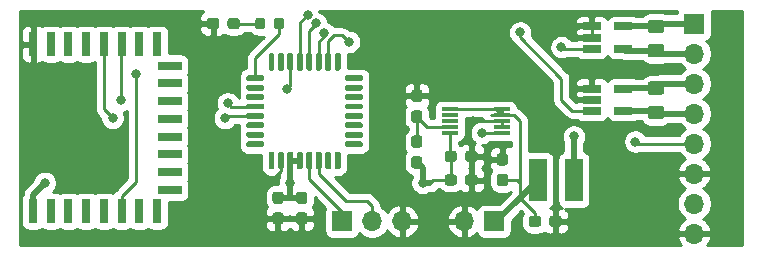
<source format=gbr>
%TF.GenerationSoftware,KiCad,Pcbnew,(5.1.6)-1*%
%TF.CreationDate,2021-07-28T23:36:17+08:00*%
%TF.ProjectId,wireless_measurement_ard,77697265-6c65-4737-935f-6d6561737572,rev?*%
%TF.SameCoordinates,Original*%
%TF.FileFunction,Copper,L1,Top*%
%TF.FilePolarity,Positive*%
%FSLAX46Y46*%
G04 Gerber Fmt 4.6, Leading zero omitted, Abs format (unit mm)*
G04 Created by KiCad (PCBNEW (5.1.6)-1) date 2021-07-28 23:36:17*
%MOMM*%
%LPD*%
G01*
G04 APERTURE LIST*
%TA.AperFunction,SMDPad,CuDef*%
%ADD10R,1.400000X0.300000*%
%TD*%
%TA.AperFunction,ComponentPad*%
%ADD11O,1.700000X1.700000*%
%TD*%
%TA.AperFunction,ComponentPad*%
%ADD12R,1.700000X1.700000*%
%TD*%
%TA.AperFunction,SMDPad,CuDef*%
%ADD13R,1.500000X3.600000*%
%TD*%
%TA.AperFunction,SMDPad,CuDef*%
%ADD14R,1.560000X0.650000*%
%TD*%
%TA.AperFunction,SMDPad,CuDef*%
%ADD15R,2.000000X0.800000*%
%TD*%
%TA.AperFunction,SMDPad,CuDef*%
%ADD16R,0.800000X2.000000*%
%TD*%
%TA.AperFunction,ViaPad*%
%ADD17C,0.800000*%
%TD*%
%TA.AperFunction,Conductor*%
%ADD18C,0.250000*%
%TD*%
%TA.AperFunction,Conductor*%
%ADD19C,0.500000*%
%TD*%
%TA.AperFunction,Conductor*%
%ADD20C,0.254000*%
%TD*%
G04 APERTURE END LIST*
D10*
%TO.P,U3,10*%
%TO.N,VIN*%
X158950000Y-84000000D03*
%TO.P,U3,9*%
X158950000Y-84500000D03*
%TO.P,U3,8*%
%TO.N,GND*%
X158950000Y-85000000D03*
%TO.P,U3,7*%
X158950000Y-85500000D03*
%TO.P,U3,6*%
%TO.N,Net-(L1-Pad2)*%
X158950000Y-86000000D03*
%TO.P,U3,5*%
%TO.N,+3V3*%
X154550000Y-86000000D03*
%TO.P,U3,4*%
%TO.N,VFB*%
X154550000Y-85500000D03*
%TO.P,U3,3*%
%TO.N,PGT*%
X154550000Y-85000000D03*
%TO.P,U3,2*%
%TO.N,LBO*%
X154550000Y-84500000D03*
%TO.P,U3,1*%
%TO.N,VIN*%
X154550000Y-84000000D03*
%TD*%
D11*
%TO.P,EFM8_Prog1,3*%
%TO.N,GND*%
X150500000Y-93500000D03*
%TO.P,EFM8_Prog1,2*%
%TO.N,C2D*%
X147960000Y-93500000D03*
D12*
%TO.P,EFM8_Prog1,1*%
%TO.N,C2CK*%
X145420000Y-93500000D03*
%TD*%
%TO.P,U6,32*%
%TO.N,Net-(U6-Pad32)*%
%TA.AperFunction,SMDPad,CuDef*%
G36*
G01*
X138700000Y-87225000D02*
X137450000Y-87225000D01*
G75*
G02*
X137325000Y-87100000I0J125000D01*
G01*
X137325000Y-86850000D01*
G75*
G02*
X137450000Y-86725000I125000J0D01*
G01*
X138700000Y-86725000D01*
G75*
G02*
X138825000Y-86850000I0J-125000D01*
G01*
X138825000Y-87100000D01*
G75*
G02*
X138700000Y-87225000I-125000J0D01*
G01*
G37*
%TD.AperFunction*%
%TO.P,U6,31*%
%TO.N,Net-(U6-Pad31)*%
%TA.AperFunction,SMDPad,CuDef*%
G36*
G01*
X138700000Y-86425000D02*
X137450000Y-86425000D01*
G75*
G02*
X137325000Y-86300000I0J125000D01*
G01*
X137325000Y-86050000D01*
G75*
G02*
X137450000Y-85925000I125000J0D01*
G01*
X138700000Y-85925000D01*
G75*
G02*
X138825000Y-86050000I0J-125000D01*
G01*
X138825000Y-86300000D01*
G75*
G02*
X138700000Y-86425000I-125000J0D01*
G01*
G37*
%TD.AperFunction*%
%TO.P,U6,30*%
%TO.N,Net-(U6-Pad30)*%
%TA.AperFunction,SMDPad,CuDef*%
G36*
G01*
X138700000Y-85625000D02*
X137450000Y-85625000D01*
G75*
G02*
X137325000Y-85500000I0J125000D01*
G01*
X137325000Y-85250000D01*
G75*
G02*
X137450000Y-85125000I125000J0D01*
G01*
X138700000Y-85125000D01*
G75*
G02*
X138825000Y-85250000I0J-125000D01*
G01*
X138825000Y-85500000D01*
G75*
G02*
X138700000Y-85625000I-125000J0D01*
G01*
G37*
%TD.AperFunction*%
%TO.P,U6,29*%
%TO.N,ARD_TX*%
%TA.AperFunction,SMDPad,CuDef*%
G36*
G01*
X138700000Y-84825000D02*
X137450000Y-84825000D01*
G75*
G02*
X137325000Y-84700000I0J125000D01*
G01*
X137325000Y-84450000D01*
G75*
G02*
X137450000Y-84325000I125000J0D01*
G01*
X138700000Y-84325000D01*
G75*
G02*
X138825000Y-84450000I0J-125000D01*
G01*
X138825000Y-84700000D01*
G75*
G02*
X138700000Y-84825000I-125000J0D01*
G01*
G37*
%TD.AperFunction*%
%TO.P,U6,28*%
%TO.N,ARD_RX*%
%TA.AperFunction,SMDPad,CuDef*%
G36*
G01*
X138700000Y-84025000D02*
X137450000Y-84025000D01*
G75*
G02*
X137325000Y-83900000I0J125000D01*
G01*
X137325000Y-83650000D01*
G75*
G02*
X137450000Y-83525000I125000J0D01*
G01*
X138700000Y-83525000D01*
G75*
G02*
X138825000Y-83650000I0J-125000D01*
G01*
X138825000Y-83900000D01*
G75*
G02*
X138700000Y-84025000I-125000J0D01*
G01*
G37*
%TD.AperFunction*%
%TO.P,U6,27*%
%TO.N,Net-(U6-Pad27)*%
%TA.AperFunction,SMDPad,CuDef*%
G36*
G01*
X138700000Y-83225000D02*
X137450000Y-83225000D01*
G75*
G02*
X137325000Y-83100000I0J125000D01*
G01*
X137325000Y-82850000D01*
G75*
G02*
X137450000Y-82725000I125000J0D01*
G01*
X138700000Y-82725000D01*
G75*
G02*
X138825000Y-82850000I0J-125000D01*
G01*
X138825000Y-83100000D01*
G75*
G02*
X138700000Y-83225000I-125000J0D01*
G01*
G37*
%TD.AperFunction*%
%TO.P,U6,26*%
%TO.N,Net-(U6-Pad26)*%
%TA.AperFunction,SMDPad,CuDef*%
G36*
G01*
X138700000Y-82425000D02*
X137450000Y-82425000D01*
G75*
G02*
X137325000Y-82300000I0J125000D01*
G01*
X137325000Y-82050000D01*
G75*
G02*
X137450000Y-81925000I125000J0D01*
G01*
X138700000Y-81925000D01*
G75*
G02*
X138825000Y-82050000I0J-125000D01*
G01*
X138825000Y-82300000D01*
G75*
G02*
X138700000Y-82425000I-125000J0D01*
G01*
G37*
%TD.AperFunction*%
%TO.P,U6,25*%
%TO.N,Net-(D1-Pad2)*%
%TA.AperFunction,SMDPad,CuDef*%
G36*
G01*
X138700000Y-81625000D02*
X137450000Y-81625000D01*
G75*
G02*
X137325000Y-81500000I0J125000D01*
G01*
X137325000Y-81250000D01*
G75*
G02*
X137450000Y-81125000I125000J0D01*
G01*
X138700000Y-81125000D01*
G75*
G02*
X138825000Y-81250000I0J-125000D01*
G01*
X138825000Y-81500000D01*
G75*
G02*
X138700000Y-81625000I-125000J0D01*
G01*
G37*
%TD.AperFunction*%
%TO.P,U6,24*%
%TO.N,Net-(U6-Pad24)*%
%TA.AperFunction,SMDPad,CuDef*%
G36*
G01*
X139575000Y-80750000D02*
X139325000Y-80750000D01*
G75*
G02*
X139200000Y-80625000I0J125000D01*
G01*
X139200000Y-79375000D01*
G75*
G02*
X139325000Y-79250000I125000J0D01*
G01*
X139575000Y-79250000D01*
G75*
G02*
X139700000Y-79375000I0J-125000D01*
G01*
X139700000Y-80625000D01*
G75*
G02*
X139575000Y-80750000I-125000J0D01*
G01*
G37*
%TD.AperFunction*%
%TO.P,U6,23*%
%TO.N,Net-(U6-Pad23)*%
%TA.AperFunction,SMDPad,CuDef*%
G36*
G01*
X140375000Y-80750000D02*
X140125000Y-80750000D01*
G75*
G02*
X140000000Y-80625000I0J125000D01*
G01*
X140000000Y-79375000D01*
G75*
G02*
X140125000Y-79250000I125000J0D01*
G01*
X140375000Y-79250000D01*
G75*
G02*
X140500000Y-79375000I0J-125000D01*
G01*
X140500000Y-80625000D01*
G75*
G02*
X140375000Y-80750000I-125000J0D01*
G01*
G37*
%TD.AperFunction*%
%TO.P,U6,22*%
%TO.N,STATUS*%
%TA.AperFunction,SMDPad,CuDef*%
G36*
G01*
X141175000Y-80750000D02*
X140925000Y-80750000D01*
G75*
G02*
X140800000Y-80625000I0J125000D01*
G01*
X140800000Y-79375000D01*
G75*
G02*
X140925000Y-79250000I125000J0D01*
G01*
X141175000Y-79250000D01*
G75*
G02*
X141300000Y-79375000I0J-125000D01*
G01*
X141300000Y-80625000D01*
G75*
G02*
X141175000Y-80750000I-125000J0D01*
G01*
G37*
%TD.AperFunction*%
%TO.P,U6,21*%
%TO.N,A3*%
%TA.AperFunction,SMDPad,CuDef*%
G36*
G01*
X141975000Y-80750000D02*
X141725000Y-80750000D01*
G75*
G02*
X141600000Y-80625000I0J125000D01*
G01*
X141600000Y-79375000D01*
G75*
G02*
X141725000Y-79250000I125000J0D01*
G01*
X141975000Y-79250000D01*
G75*
G02*
X142100000Y-79375000I0J-125000D01*
G01*
X142100000Y-80625000D01*
G75*
G02*
X141975000Y-80750000I-125000J0D01*
G01*
G37*
%TD.AperFunction*%
%TO.P,U6,20*%
%TO.N,A2*%
%TA.AperFunction,SMDPad,CuDef*%
G36*
G01*
X142775000Y-80750000D02*
X142525000Y-80750000D01*
G75*
G02*
X142400000Y-80625000I0J125000D01*
G01*
X142400000Y-79375000D01*
G75*
G02*
X142525000Y-79250000I125000J0D01*
G01*
X142775000Y-79250000D01*
G75*
G02*
X142900000Y-79375000I0J-125000D01*
G01*
X142900000Y-80625000D01*
G75*
G02*
X142775000Y-80750000I-125000J0D01*
G01*
G37*
%TD.AperFunction*%
%TO.P,U6,19*%
%TO.N,A1*%
%TA.AperFunction,SMDPad,CuDef*%
G36*
G01*
X143575000Y-80750000D02*
X143325000Y-80750000D01*
G75*
G02*
X143200000Y-80625000I0J125000D01*
G01*
X143200000Y-79375000D01*
G75*
G02*
X143325000Y-79250000I125000J0D01*
G01*
X143575000Y-79250000D01*
G75*
G02*
X143700000Y-79375000I0J-125000D01*
G01*
X143700000Y-80625000D01*
G75*
G02*
X143575000Y-80750000I-125000J0D01*
G01*
G37*
%TD.AperFunction*%
%TO.P,U6,18*%
%TO.N,A0*%
%TA.AperFunction,SMDPad,CuDef*%
G36*
G01*
X144375000Y-80750000D02*
X144125000Y-80750000D01*
G75*
G02*
X144000000Y-80625000I0J125000D01*
G01*
X144000000Y-79375000D01*
G75*
G02*
X144125000Y-79250000I125000J0D01*
G01*
X144375000Y-79250000D01*
G75*
G02*
X144500000Y-79375000I0J-125000D01*
G01*
X144500000Y-80625000D01*
G75*
G02*
X144375000Y-80750000I-125000J0D01*
G01*
G37*
%TD.AperFunction*%
%TO.P,U6,17*%
%TO.N,Net-(U6-Pad17)*%
%TA.AperFunction,SMDPad,CuDef*%
G36*
G01*
X145175000Y-80750000D02*
X144925000Y-80750000D01*
G75*
G02*
X144800000Y-80625000I0J125000D01*
G01*
X144800000Y-79375000D01*
G75*
G02*
X144925000Y-79250000I125000J0D01*
G01*
X145175000Y-79250000D01*
G75*
G02*
X145300000Y-79375000I0J-125000D01*
G01*
X145300000Y-80625000D01*
G75*
G02*
X145175000Y-80750000I-125000J0D01*
G01*
G37*
%TD.AperFunction*%
%TO.P,U6,16*%
%TO.N,Net-(U6-Pad16)*%
%TA.AperFunction,SMDPad,CuDef*%
G36*
G01*
X147050000Y-81625000D02*
X145800000Y-81625000D01*
G75*
G02*
X145675000Y-81500000I0J125000D01*
G01*
X145675000Y-81250000D01*
G75*
G02*
X145800000Y-81125000I125000J0D01*
G01*
X147050000Y-81125000D01*
G75*
G02*
X147175000Y-81250000I0J-125000D01*
G01*
X147175000Y-81500000D01*
G75*
G02*
X147050000Y-81625000I-125000J0D01*
G01*
G37*
%TD.AperFunction*%
%TO.P,U6,15*%
%TO.N,Net-(U6-Pad15)*%
%TA.AperFunction,SMDPad,CuDef*%
G36*
G01*
X147050000Y-82425000D02*
X145800000Y-82425000D01*
G75*
G02*
X145675000Y-82300000I0J125000D01*
G01*
X145675000Y-82050000D01*
G75*
G02*
X145800000Y-81925000I125000J0D01*
G01*
X147050000Y-81925000D01*
G75*
G02*
X147175000Y-82050000I0J-125000D01*
G01*
X147175000Y-82300000D01*
G75*
G02*
X147050000Y-82425000I-125000J0D01*
G01*
G37*
%TD.AperFunction*%
%TO.P,U6,14*%
%TO.N,Net-(U6-Pad14)*%
%TA.AperFunction,SMDPad,CuDef*%
G36*
G01*
X147050000Y-83225000D02*
X145800000Y-83225000D01*
G75*
G02*
X145675000Y-83100000I0J125000D01*
G01*
X145675000Y-82850000D01*
G75*
G02*
X145800000Y-82725000I125000J0D01*
G01*
X147050000Y-82725000D01*
G75*
G02*
X147175000Y-82850000I0J-125000D01*
G01*
X147175000Y-83100000D01*
G75*
G02*
X147050000Y-83225000I-125000J0D01*
G01*
G37*
%TD.AperFunction*%
%TO.P,U6,13*%
%TO.N,Net-(U6-Pad13)*%
%TA.AperFunction,SMDPad,CuDef*%
G36*
G01*
X147050000Y-84025000D02*
X145800000Y-84025000D01*
G75*
G02*
X145675000Y-83900000I0J125000D01*
G01*
X145675000Y-83650000D01*
G75*
G02*
X145800000Y-83525000I125000J0D01*
G01*
X147050000Y-83525000D01*
G75*
G02*
X147175000Y-83650000I0J-125000D01*
G01*
X147175000Y-83900000D01*
G75*
G02*
X147050000Y-84025000I-125000J0D01*
G01*
G37*
%TD.AperFunction*%
%TO.P,U6,12*%
%TO.N,Net-(U6-Pad12)*%
%TA.AperFunction,SMDPad,CuDef*%
G36*
G01*
X147050000Y-84825000D02*
X145800000Y-84825000D01*
G75*
G02*
X145675000Y-84700000I0J125000D01*
G01*
X145675000Y-84450000D01*
G75*
G02*
X145800000Y-84325000I125000J0D01*
G01*
X147050000Y-84325000D01*
G75*
G02*
X147175000Y-84450000I0J-125000D01*
G01*
X147175000Y-84700000D01*
G75*
G02*
X147050000Y-84825000I-125000J0D01*
G01*
G37*
%TD.AperFunction*%
%TO.P,U6,11*%
%TO.N,Net-(U6-Pad11)*%
%TA.AperFunction,SMDPad,CuDef*%
G36*
G01*
X147050000Y-85625000D02*
X145800000Y-85625000D01*
G75*
G02*
X145675000Y-85500000I0J125000D01*
G01*
X145675000Y-85250000D01*
G75*
G02*
X145800000Y-85125000I125000J0D01*
G01*
X147050000Y-85125000D01*
G75*
G02*
X147175000Y-85250000I0J-125000D01*
G01*
X147175000Y-85500000D01*
G75*
G02*
X147050000Y-85625000I-125000J0D01*
G01*
G37*
%TD.AperFunction*%
%TO.P,U6,10*%
%TO.N,Net-(U6-Pad10)*%
%TA.AperFunction,SMDPad,CuDef*%
G36*
G01*
X147050000Y-86425000D02*
X145800000Y-86425000D01*
G75*
G02*
X145675000Y-86300000I0J125000D01*
G01*
X145675000Y-86050000D01*
G75*
G02*
X145800000Y-85925000I125000J0D01*
G01*
X147050000Y-85925000D01*
G75*
G02*
X147175000Y-86050000I0J-125000D01*
G01*
X147175000Y-86300000D01*
G75*
G02*
X147050000Y-86425000I-125000J0D01*
G01*
G37*
%TD.AperFunction*%
%TO.P,U6,9*%
%TO.N,Net-(U6-Pad9)*%
%TA.AperFunction,SMDPad,CuDef*%
G36*
G01*
X147050000Y-87225000D02*
X145800000Y-87225000D01*
G75*
G02*
X145675000Y-87100000I0J125000D01*
G01*
X145675000Y-86850000D01*
G75*
G02*
X145800000Y-86725000I125000J0D01*
G01*
X147050000Y-86725000D01*
G75*
G02*
X147175000Y-86850000I0J-125000D01*
G01*
X147175000Y-87100000D01*
G75*
G02*
X147050000Y-87225000I-125000J0D01*
G01*
G37*
%TD.AperFunction*%
%TO.P,U6,8*%
%TO.N,Net-(U6-Pad8)*%
%TA.AperFunction,SMDPad,CuDef*%
G36*
G01*
X145175000Y-89100000D02*
X144925000Y-89100000D01*
G75*
G02*
X144800000Y-88975000I0J125000D01*
G01*
X144800000Y-87725000D01*
G75*
G02*
X144925000Y-87600000I125000J0D01*
G01*
X145175000Y-87600000D01*
G75*
G02*
X145300000Y-87725000I0J-125000D01*
G01*
X145300000Y-88975000D01*
G75*
G02*
X145175000Y-89100000I-125000J0D01*
G01*
G37*
%TD.AperFunction*%
%TO.P,U6,7*%
%TO.N,Net-(U6-Pad7)*%
%TA.AperFunction,SMDPad,CuDef*%
G36*
G01*
X144375000Y-89100000D02*
X144125000Y-89100000D01*
G75*
G02*
X144000000Y-88975000I0J125000D01*
G01*
X144000000Y-87725000D01*
G75*
G02*
X144125000Y-87600000I125000J0D01*
G01*
X144375000Y-87600000D01*
G75*
G02*
X144500000Y-87725000I0J-125000D01*
G01*
X144500000Y-88975000D01*
G75*
G02*
X144375000Y-89100000I-125000J0D01*
G01*
G37*
%TD.AperFunction*%
%TO.P,U6,6*%
%TO.N,C2D*%
%TA.AperFunction,SMDPad,CuDef*%
G36*
G01*
X143575000Y-89100000D02*
X143325000Y-89100000D01*
G75*
G02*
X143200000Y-88975000I0J125000D01*
G01*
X143200000Y-87725000D01*
G75*
G02*
X143325000Y-87600000I125000J0D01*
G01*
X143575000Y-87600000D01*
G75*
G02*
X143700000Y-87725000I0J-125000D01*
G01*
X143700000Y-88975000D01*
G75*
G02*
X143575000Y-89100000I-125000J0D01*
G01*
G37*
%TD.AperFunction*%
%TO.P,U6,5*%
%TO.N,C2CK*%
%TA.AperFunction,SMDPad,CuDef*%
G36*
G01*
X142775000Y-89100000D02*
X142525000Y-89100000D01*
G75*
G02*
X142400000Y-88975000I0J125000D01*
G01*
X142400000Y-87725000D01*
G75*
G02*
X142525000Y-87600000I125000J0D01*
G01*
X142775000Y-87600000D01*
G75*
G02*
X142900000Y-87725000I0J-125000D01*
G01*
X142900000Y-88975000D01*
G75*
G02*
X142775000Y-89100000I-125000J0D01*
G01*
G37*
%TD.AperFunction*%
%TO.P,U6,4*%
%TO.N,+3V3*%
%TA.AperFunction,SMDPad,CuDef*%
G36*
G01*
X141975000Y-89100000D02*
X141725000Y-89100000D01*
G75*
G02*
X141600000Y-88975000I0J125000D01*
G01*
X141600000Y-87725000D01*
G75*
G02*
X141725000Y-87600000I125000J0D01*
G01*
X141975000Y-87600000D01*
G75*
G02*
X142100000Y-87725000I0J-125000D01*
G01*
X142100000Y-88975000D01*
G75*
G02*
X141975000Y-89100000I-125000J0D01*
G01*
G37*
%TD.AperFunction*%
%TO.P,U6,3*%
%TA.AperFunction,SMDPad,CuDef*%
G36*
G01*
X141175000Y-89100000D02*
X140925000Y-89100000D01*
G75*
G02*
X140800000Y-88975000I0J125000D01*
G01*
X140800000Y-87725000D01*
G75*
G02*
X140925000Y-87600000I125000J0D01*
G01*
X141175000Y-87600000D01*
G75*
G02*
X141300000Y-87725000I0J-125000D01*
G01*
X141300000Y-88975000D01*
G75*
G02*
X141175000Y-89100000I-125000J0D01*
G01*
G37*
%TD.AperFunction*%
%TO.P,U6,2*%
%TO.N,GND*%
%TA.AperFunction,SMDPad,CuDef*%
G36*
G01*
X140375000Y-89100000D02*
X140125000Y-89100000D01*
G75*
G02*
X140000000Y-88975000I0J125000D01*
G01*
X140000000Y-87725000D01*
G75*
G02*
X140125000Y-87600000I125000J0D01*
G01*
X140375000Y-87600000D01*
G75*
G02*
X140500000Y-87725000I0J-125000D01*
G01*
X140500000Y-88975000D01*
G75*
G02*
X140375000Y-89100000I-125000J0D01*
G01*
G37*
%TD.AperFunction*%
%TO.P,U6,1*%
%TO.N,Net-(U6-Pad1)*%
%TA.AperFunction,SMDPad,CuDef*%
G36*
G01*
X139575000Y-89100000D02*
X139325000Y-89100000D01*
G75*
G02*
X139200000Y-88975000I0J125000D01*
G01*
X139200000Y-87725000D01*
G75*
G02*
X139325000Y-87600000I125000J0D01*
G01*
X139575000Y-87600000D01*
G75*
G02*
X139700000Y-87725000I0J-125000D01*
G01*
X139700000Y-88975000D01*
G75*
G02*
X139575000Y-89100000I-125000J0D01*
G01*
G37*
%TD.AperFunction*%
%TD*%
%TO.P,C6,2*%
%TO.N,GND*%
%TA.AperFunction,SMDPad,CuDef*%
G36*
G01*
X141762500Y-92725000D02*
X142237500Y-92725000D01*
G75*
G02*
X142475000Y-92962500I0J-237500D01*
G01*
X142475000Y-93537500D01*
G75*
G02*
X142237500Y-93775000I-237500J0D01*
G01*
X141762500Y-93775000D01*
G75*
G02*
X141525000Y-93537500I0J237500D01*
G01*
X141525000Y-92962500D01*
G75*
G02*
X141762500Y-92725000I237500J0D01*
G01*
G37*
%TD.AperFunction*%
%TO.P,C6,1*%
%TO.N,+3V3*%
%TA.AperFunction,SMDPad,CuDef*%
G36*
G01*
X141762500Y-90975000D02*
X142237500Y-90975000D01*
G75*
G02*
X142475000Y-91212500I0J-237500D01*
G01*
X142475000Y-91787500D01*
G75*
G02*
X142237500Y-92025000I-237500J0D01*
G01*
X141762500Y-92025000D01*
G75*
G02*
X141525000Y-91787500I0J237500D01*
G01*
X141525000Y-91212500D01*
G75*
G02*
X141762500Y-90975000I237500J0D01*
G01*
G37*
%TD.AperFunction*%
%TD*%
%TO.P,C5,2*%
%TO.N,GND*%
%TA.AperFunction,SMDPad,CuDef*%
G36*
G01*
X139762500Y-92725000D02*
X140237500Y-92725000D01*
G75*
G02*
X140475000Y-92962500I0J-237500D01*
G01*
X140475000Y-93537500D01*
G75*
G02*
X140237500Y-93775000I-237500J0D01*
G01*
X139762500Y-93775000D01*
G75*
G02*
X139525000Y-93537500I0J237500D01*
G01*
X139525000Y-92962500D01*
G75*
G02*
X139762500Y-92725000I237500J0D01*
G01*
G37*
%TD.AperFunction*%
%TO.P,C5,1*%
%TO.N,+3V3*%
%TA.AperFunction,SMDPad,CuDef*%
G36*
G01*
X139762500Y-90975000D02*
X140237500Y-90975000D01*
G75*
G02*
X140475000Y-91212500I0J-237500D01*
G01*
X140475000Y-91787500D01*
G75*
G02*
X140237500Y-92025000I-237500J0D01*
G01*
X139762500Y-92025000D01*
G75*
G02*
X139525000Y-91787500I0J237500D01*
G01*
X139525000Y-91212500D01*
G75*
G02*
X139762500Y-90975000I237500J0D01*
G01*
G37*
%TD.AperFunction*%
%TD*%
%TO.P,R5,2*%
%TO.N,VFB*%
%TA.AperFunction,SMDPad,CuDef*%
G36*
G01*
X151512500Y-84100000D02*
X151987500Y-84100000D01*
G75*
G02*
X152225000Y-84337500I0J-237500D01*
G01*
X152225000Y-84912500D01*
G75*
G02*
X151987500Y-85150000I-237500J0D01*
G01*
X151512500Y-85150000D01*
G75*
G02*
X151275000Y-84912500I0J237500D01*
G01*
X151275000Y-84337500D01*
G75*
G02*
X151512500Y-84100000I237500J0D01*
G01*
G37*
%TD.AperFunction*%
%TO.P,R5,1*%
%TO.N,GND*%
%TA.AperFunction,SMDPad,CuDef*%
G36*
G01*
X151512500Y-82350000D02*
X151987500Y-82350000D01*
G75*
G02*
X152225000Y-82587500I0J-237500D01*
G01*
X152225000Y-83162500D01*
G75*
G02*
X151987500Y-83400000I-237500J0D01*
G01*
X151512500Y-83400000D01*
G75*
G02*
X151275000Y-83162500I0J237500D01*
G01*
X151275000Y-82587500D01*
G75*
G02*
X151512500Y-82350000I237500J0D01*
G01*
G37*
%TD.AperFunction*%
%TD*%
%TO.P,R4,2*%
%TO.N,+3V3*%
%TA.AperFunction,SMDPad,CuDef*%
G36*
G01*
X151512500Y-87975000D02*
X151987500Y-87975000D01*
G75*
G02*
X152225000Y-88212500I0J-237500D01*
G01*
X152225000Y-88787500D01*
G75*
G02*
X151987500Y-89025000I-237500J0D01*
G01*
X151512500Y-89025000D01*
G75*
G02*
X151275000Y-88787500I0J237500D01*
G01*
X151275000Y-88212500D01*
G75*
G02*
X151512500Y-87975000I237500J0D01*
G01*
G37*
%TD.AperFunction*%
%TO.P,R4,1*%
%TO.N,VFB*%
%TA.AperFunction,SMDPad,CuDef*%
G36*
G01*
X151512500Y-86225000D02*
X151987500Y-86225000D01*
G75*
G02*
X152225000Y-86462500I0J-237500D01*
G01*
X152225000Y-87037500D01*
G75*
G02*
X151987500Y-87275000I-237500J0D01*
G01*
X151512500Y-87275000D01*
G75*
G02*
X151275000Y-87037500I0J237500D01*
G01*
X151275000Y-86462500D01*
G75*
G02*
X151512500Y-86225000I237500J0D01*
G01*
G37*
%TD.AperFunction*%
%TD*%
D13*
%TO.P,L1,2*%
%TO.N,Net-(L1-Pad2)*%
X165050000Y-90000000D03*
%TO.P,L1,1*%
%TO.N,VIN*%
X162000000Y-90000000D03*
%TD*%
D11*
%TO.P,J1,8*%
%TO.N,GND*%
X175250000Y-94530000D03*
%TO.P,J1,7*%
%TO.N,A3*%
X175250000Y-91990000D03*
%TO.P,J1,6*%
%TO.N,GND*%
X175250000Y-89450000D03*
%TO.P,J1,5*%
%TO.N,A2*%
X175250000Y-86910000D03*
%TO.P,J1,4*%
%TO.N,C2_OUT*%
X175250000Y-84370000D03*
%TO.P,J1,3*%
%TO.N,C2_IN*%
X175250000Y-81830000D03*
%TO.P,J1,2*%
%TO.N,C1_OUT*%
X175250000Y-79290000D03*
D12*
%TO.P,J1,1*%
%TO.N,C1_IN*%
X175250000Y-76750000D03*
%TD*%
%TO.P,C3,2*%
%TO.N,GND*%
%TA.AperFunction,SMDPad,CuDef*%
G36*
G01*
X162975000Y-93737500D02*
X162975000Y-93262500D01*
G75*
G02*
X163212500Y-93025000I237500J0D01*
G01*
X163787500Y-93025000D01*
G75*
G02*
X164025000Y-93262500I0J-237500D01*
G01*
X164025000Y-93737500D01*
G75*
G02*
X163787500Y-93975000I-237500J0D01*
G01*
X163212500Y-93975000D01*
G75*
G02*
X162975000Y-93737500I0J237500D01*
G01*
G37*
%TD.AperFunction*%
%TO.P,C3,1*%
%TO.N,VIN*%
%TA.AperFunction,SMDPad,CuDef*%
G36*
G01*
X161225000Y-93737500D02*
X161225000Y-93262500D01*
G75*
G02*
X161462500Y-93025000I237500J0D01*
G01*
X162037500Y-93025000D01*
G75*
G02*
X162275000Y-93262500I0J-237500D01*
G01*
X162275000Y-93737500D01*
G75*
G02*
X162037500Y-93975000I-237500J0D01*
G01*
X161462500Y-93975000D01*
G75*
G02*
X161225000Y-93737500I0J237500D01*
G01*
G37*
%TD.AperFunction*%
%TD*%
%TO.P,C2,2*%
%TO.N,GND*%
%TA.AperFunction,SMDPad,CuDef*%
G36*
G01*
X155850000Y-90237500D02*
X155850000Y-89762500D01*
G75*
G02*
X156087500Y-89525000I237500J0D01*
G01*
X156662500Y-89525000D01*
G75*
G02*
X156900000Y-89762500I0J-237500D01*
G01*
X156900000Y-90237500D01*
G75*
G02*
X156662500Y-90475000I-237500J0D01*
G01*
X156087500Y-90475000D01*
G75*
G02*
X155850000Y-90237500I0J237500D01*
G01*
G37*
%TD.AperFunction*%
%TO.P,C2,1*%
%TO.N,+3V3*%
%TA.AperFunction,SMDPad,CuDef*%
G36*
G01*
X154100000Y-90237500D02*
X154100000Y-89762500D01*
G75*
G02*
X154337500Y-89525000I237500J0D01*
G01*
X154912500Y-89525000D01*
G75*
G02*
X155150000Y-89762500I0J-237500D01*
G01*
X155150000Y-90237500D01*
G75*
G02*
X154912500Y-90475000I-237500J0D01*
G01*
X154337500Y-90475000D01*
G75*
G02*
X154100000Y-90237500I0J237500D01*
G01*
G37*
%TD.AperFunction*%
%TD*%
D11*
%TO.P,Battery1,2*%
%TO.N,GND*%
X155750000Y-93500000D03*
D12*
%TO.P,Battery1,1*%
%TO.N,VIN*%
X158290000Y-93500000D03*
%TD*%
%TO.P,C4,2*%
%TO.N,GND*%
%TA.AperFunction,SMDPad,CuDef*%
G36*
G01*
X159237500Y-88775000D02*
X158762500Y-88775000D01*
G75*
G02*
X158525000Y-88537500I0J237500D01*
G01*
X158525000Y-87962500D01*
G75*
G02*
X158762500Y-87725000I237500J0D01*
G01*
X159237500Y-87725000D01*
G75*
G02*
X159475000Y-87962500I0J-237500D01*
G01*
X159475000Y-88537500D01*
G75*
G02*
X159237500Y-88775000I-237500J0D01*
G01*
G37*
%TD.AperFunction*%
%TO.P,C4,1*%
%TO.N,VIN*%
%TA.AperFunction,SMDPad,CuDef*%
G36*
G01*
X159237500Y-90525000D02*
X158762500Y-90525000D01*
G75*
G02*
X158525000Y-90287500I0J237500D01*
G01*
X158525000Y-89712500D01*
G75*
G02*
X158762500Y-89475000I237500J0D01*
G01*
X159237500Y-89475000D01*
G75*
G02*
X159475000Y-89712500I0J-237500D01*
G01*
X159475000Y-90287500D01*
G75*
G02*
X159237500Y-90525000I-237500J0D01*
G01*
G37*
%TD.AperFunction*%
%TD*%
%TO.P,C1,2*%
%TO.N,GND*%
%TA.AperFunction,SMDPad,CuDef*%
G36*
G01*
X155850000Y-88237500D02*
X155850000Y-87762500D01*
G75*
G02*
X156087500Y-87525000I237500J0D01*
G01*
X156662500Y-87525000D01*
G75*
G02*
X156900000Y-87762500I0J-237500D01*
G01*
X156900000Y-88237500D01*
G75*
G02*
X156662500Y-88475000I-237500J0D01*
G01*
X156087500Y-88475000D01*
G75*
G02*
X155850000Y-88237500I0J237500D01*
G01*
G37*
%TD.AperFunction*%
%TO.P,C1,1*%
%TO.N,+3V3*%
%TA.AperFunction,SMDPad,CuDef*%
G36*
G01*
X154100000Y-88237500D02*
X154100000Y-87762500D01*
G75*
G02*
X154337500Y-87525000I237500J0D01*
G01*
X154912500Y-87525000D01*
G75*
G02*
X155150000Y-87762500I0J-237500D01*
G01*
X155150000Y-88237500D01*
G75*
G02*
X154912500Y-88475000I-237500J0D01*
G01*
X154337500Y-88475000D01*
G75*
G02*
X154100000Y-88237500I0J237500D01*
G01*
G37*
%TD.AperFunction*%
%TD*%
D14*
%TO.P,U5,5*%
%TO.N,C2_IN*%
X169250000Y-82250000D03*
%TO.P,U5,4*%
%TO.N,C2_OUT*%
X169250000Y-84150000D03*
%TO.P,U5,3*%
%TO.N,A1*%
X166550000Y-84150000D03*
%TO.P,U5,2*%
%TO.N,GND*%
X166550000Y-83200000D03*
%TO.P,U5,1*%
X166550000Y-82250000D03*
%TD*%
%TO.P,U4,5*%
%TO.N,C1_IN*%
X169250000Y-77000000D03*
%TO.P,U4,4*%
%TO.N,C1_OUT*%
X169250000Y-78900000D03*
%TO.P,U4,3*%
%TO.N,A0*%
X166550000Y-78900000D03*
%TO.P,U4,2*%
%TO.N,GND*%
X166550000Y-77950000D03*
%TO.P,U4,1*%
X166550000Y-77000000D03*
%TD*%
D15*
%TO.P,U2,16*%
%TO.N,Net-(U2-Pad16)*%
X130862800Y-80322600D03*
%TO.P,U2,15*%
%TO.N,Net-(U2-Pad15)*%
X130862800Y-81822600D03*
%TO.P,U2,14*%
%TO.N,Net-(U2-Pad14)*%
X130862800Y-83322600D03*
%TO.P,U2,13*%
%TO.N,Net-(U2-Pad13)*%
X130862800Y-84822600D03*
%TO.P,U2,12*%
%TO.N,Net-(U2-Pad12)*%
X130862800Y-86322600D03*
%TO.P,U2,11*%
%TO.N,Net-(U2-Pad11)*%
X130862800Y-87822600D03*
%TO.P,U2,10*%
%TO.N,Net-(U2-Pad10)*%
X130862800Y-89322600D03*
D16*
%TO.P,U2,8*%
%TO.N,Net-(U2-Pad8)*%
X129762800Y-92642600D03*
%TO.P,U2,17*%
%TO.N,Net-(U2-Pad17)*%
X129762800Y-78502600D03*
%TO.P,U2,18*%
%TO.N,Net-(U2-Pad18)*%
X128262800Y-78502600D03*
%TO.P,U2,7*%
%TO.N,Net-(U2-Pad7)*%
X128262800Y-92642600D03*
%TO.P,U2,6*%
%TO.N,STATUS*%
X126762800Y-92642600D03*
%TO.P,U2,19*%
%TO.N,ARD_RX*%
X126762800Y-78502600D03*
%TO.P,U2,20*%
%TO.N,ARD_TX*%
X125262800Y-78502600D03*
%TO.P,U2,5*%
%TO.N,N/C*%
X125262800Y-92642600D03*
%TO.P,U2,4*%
X123762800Y-92642600D03*
%TO.P,U2,21*%
%TO.N,Net-(U2-Pad21)*%
X123762800Y-78502600D03*
%TO.P,U2,22*%
%TO.N,PWRC*%
X122262800Y-78502600D03*
%TO.P,U2,3*%
%TO.N,Net-(U2-Pad3)*%
X122262800Y-92642600D03*
%TO.P,U2,2*%
%TO.N,Net-(U2-Pad2)*%
X120762800Y-92642600D03*
%TO.P,U2,23*%
%TO.N,Net-(U2-Pad23)*%
X120762800Y-78502600D03*
%TO.P,U2,24*%
%TO.N,GND*%
X119262800Y-78502600D03*
D15*
%TO.P,U2,9*%
%TO.N,Net-(U2-Pad9)*%
X130862800Y-90822600D03*
D16*
%TO.P,U2,1*%
%TO.N,+3V3*%
X119262800Y-92642600D03*
%TD*%
%TO.P,R2,2*%
%TO.N,C1_OUT*%
%TA.AperFunction,SMDPad,CuDef*%
G36*
G01*
X171549999Y-78475000D02*
X172450001Y-78475000D01*
G75*
G02*
X172700000Y-78724999I0J-249999D01*
G01*
X172700000Y-79375001D01*
G75*
G02*
X172450001Y-79625000I-249999J0D01*
G01*
X171549999Y-79625000D01*
G75*
G02*
X171300000Y-79375001I0J249999D01*
G01*
X171300000Y-78724999D01*
G75*
G02*
X171549999Y-78475000I249999J0D01*
G01*
G37*
%TD.AperFunction*%
%TO.P,R2,1*%
%TO.N,C1_IN*%
%TA.AperFunction,SMDPad,CuDef*%
G36*
G01*
X171549999Y-76425000D02*
X172450001Y-76425000D01*
G75*
G02*
X172700000Y-76674999I0J-249999D01*
G01*
X172700000Y-77325001D01*
G75*
G02*
X172450001Y-77575000I-249999J0D01*
G01*
X171549999Y-77575000D01*
G75*
G02*
X171300000Y-77325001I0J249999D01*
G01*
X171300000Y-76674999D01*
G75*
G02*
X171549999Y-76425000I249999J0D01*
G01*
G37*
%TD.AperFunction*%
%TD*%
%TO.P,R1,2*%
%TO.N,C2_OUT*%
%TA.AperFunction,SMDPad,CuDef*%
G36*
G01*
X171549999Y-83700000D02*
X172450001Y-83700000D01*
G75*
G02*
X172700000Y-83949999I0J-249999D01*
G01*
X172700000Y-84600001D01*
G75*
G02*
X172450001Y-84850000I-249999J0D01*
G01*
X171549999Y-84850000D01*
G75*
G02*
X171300000Y-84600001I0J249999D01*
G01*
X171300000Y-83949999D01*
G75*
G02*
X171549999Y-83700000I249999J0D01*
G01*
G37*
%TD.AperFunction*%
%TO.P,R1,1*%
%TO.N,C2_IN*%
%TA.AperFunction,SMDPad,CuDef*%
G36*
G01*
X171549999Y-81650000D02*
X172450001Y-81650000D01*
G75*
G02*
X172700000Y-81899999I0J-249999D01*
G01*
X172700000Y-82550001D01*
G75*
G02*
X172450001Y-82800000I-249999J0D01*
G01*
X171549999Y-82800000D01*
G75*
G02*
X171300000Y-82550001I0J249999D01*
G01*
X171300000Y-81899999D01*
G75*
G02*
X171549999Y-81650000I249999J0D01*
G01*
G37*
%TD.AperFunction*%
%TD*%
%TO.P,D1,1*%
%TO.N,Net-(D1-Pad1)*%
%TA.AperFunction,SMDPad,CuDef*%
G36*
G01*
X138062500Y-77006250D02*
X138062500Y-76493750D01*
G75*
G02*
X138281250Y-76275000I218750J0D01*
G01*
X138718750Y-76275000D01*
G75*
G02*
X138937500Y-76493750I0J-218750D01*
G01*
X138937500Y-77006250D01*
G75*
G02*
X138718750Y-77225000I-218750J0D01*
G01*
X138281250Y-77225000D01*
G75*
G02*
X138062500Y-77006250I0J218750D01*
G01*
G37*
%TD.AperFunction*%
%TO.P,D1,2*%
%TO.N,Net-(D1-Pad2)*%
%TA.AperFunction,SMDPad,CuDef*%
G36*
G01*
X139637500Y-77006250D02*
X139637500Y-76493750D01*
G75*
G02*
X139856250Y-76275000I218750J0D01*
G01*
X140293750Y-76275000D01*
G75*
G02*
X140512500Y-76493750I0J-218750D01*
G01*
X140512500Y-77006250D01*
G75*
G02*
X140293750Y-77225000I-218750J0D01*
G01*
X139856250Y-77225000D01*
G75*
G02*
X139637500Y-77006250I0J218750D01*
G01*
G37*
%TD.AperFunction*%
%TD*%
%TO.P,R3,1*%
%TO.N,Net-(D1-Pad1)*%
%TA.AperFunction,SMDPad,CuDef*%
G36*
G01*
X136775000Y-76512500D02*
X136775000Y-76987500D01*
G75*
G02*
X136537500Y-77225000I-237500J0D01*
G01*
X135962500Y-77225000D01*
G75*
G02*
X135725000Y-76987500I0J237500D01*
G01*
X135725000Y-76512500D01*
G75*
G02*
X135962500Y-76275000I237500J0D01*
G01*
X136537500Y-76275000D01*
G75*
G02*
X136775000Y-76512500I0J-237500D01*
G01*
G37*
%TD.AperFunction*%
%TO.P,R3,2*%
%TO.N,GND*%
%TA.AperFunction,SMDPad,CuDef*%
G36*
G01*
X135025000Y-76512500D02*
X135025000Y-76987500D01*
G75*
G02*
X134787500Y-77225000I-237500J0D01*
G01*
X134212500Y-77225000D01*
G75*
G02*
X133975000Y-76987500I0J237500D01*
G01*
X133975000Y-76512500D01*
G75*
G02*
X134212500Y-76275000I237500J0D01*
G01*
X134787500Y-76275000D01*
G75*
G02*
X135025000Y-76512500I0J-237500D01*
G01*
G37*
%TD.AperFunction*%
%TD*%
D17*
%TO.N,A2*%
X143237347Y-76737347D03*
X170250000Y-86750000D03*
%TO.N,GND*%
X156500000Y-85000000D03*
%TO.N,A3*%
X142500000Y-76000000D03*
%TO.N,+3V3*%
X120250000Y-90250000D03*
X152250000Y-90250000D03*
X141000000Y-90250000D03*
%TO.N,ARD_RX*%
X135750000Y-83500000D03*
X126750000Y-83250000D03*
%TO.N,A1*%
X143899462Y-77575232D03*
X160500000Y-77500000D03*
%TO.N,A0*%
X146000000Y-78300232D03*
X164000000Y-78750006D03*
%TO.N,ARD_TX*%
X126000000Y-84750000D03*
X135500000Y-84750000D03*
%TO.N,Net-(L1-Pad2)*%
X157250000Y-86000000D03*
X165050000Y-86300000D03*
%TO.N,STATUS*%
X128000000Y-81000000D03*
X140750000Y-82250000D03*
%TD*%
D18*
%TO.N,A2*%
X142650000Y-80000000D02*
X142650000Y-77350000D01*
X142650000Y-77350000D02*
X143250000Y-76750000D01*
X143250000Y-76750000D02*
X143237347Y-76737347D01*
X175250000Y-86910000D02*
X170410000Y-86910000D01*
X170410000Y-86910000D02*
X170250000Y-86750000D01*
%TO.N,GND*%
X140250000Y-88350000D02*
X140250000Y-89250000D01*
X140250000Y-89250000D02*
X139750000Y-89750000D01*
X158950000Y-85000000D02*
X156500000Y-85000000D01*
X158950000Y-85500000D02*
X158950000Y-85000000D01*
X166550000Y-77000000D02*
X166550000Y-77950000D01*
D19*
X166550000Y-82250000D02*
X165250000Y-82250000D01*
X166550000Y-83200000D02*
X165300000Y-83200000D01*
X166550000Y-77950000D02*
X165050000Y-77950000D01*
X166550000Y-77000000D02*
X165000000Y-77000000D01*
D18*
%TO.N,A3*%
X141850000Y-80000000D02*
X141850000Y-76650000D01*
X141850000Y-76650000D02*
X142500000Y-76000000D01*
D19*
%TO.N,+3V3*%
X141850000Y-88350000D02*
X141050000Y-88350000D01*
X141050000Y-91450000D02*
X141000000Y-91500000D01*
X140000000Y-91500000D02*
X141000000Y-91500000D01*
X141000000Y-91500000D02*
X142000000Y-91500000D01*
X119262800Y-92642600D02*
X119262800Y-91237200D01*
X119262800Y-91237200D02*
X120250000Y-90250000D01*
X152250000Y-90250000D02*
X152900001Y-90250000D01*
X152250000Y-89000000D02*
X151750000Y-88500000D01*
X152250000Y-90250000D02*
X152250000Y-89000000D01*
D18*
X154550000Y-87925000D02*
X154625000Y-88000000D01*
X154550000Y-86000000D02*
X154550000Y-87925000D01*
X154625000Y-88000000D02*
X154625000Y-90000000D01*
X153150001Y-90000000D02*
X152900001Y-90250000D01*
X154625000Y-90000000D02*
X153150001Y-90000000D01*
X141050000Y-90450000D02*
X141050000Y-90300000D01*
X141050000Y-90300000D02*
X141000000Y-90250000D01*
D19*
X141050000Y-90450000D02*
X141050000Y-91450000D01*
X141050000Y-88350000D02*
X141050000Y-90450000D01*
D18*
%TO.N,ARD_RX*%
X138075000Y-83775000D02*
X136025000Y-83775000D01*
X136025000Y-83775000D02*
X135750000Y-83500000D01*
X126750000Y-78515400D02*
X126762800Y-78502600D01*
X126750000Y-83250000D02*
X126750000Y-78515400D01*
%TO.N,A1*%
X143450000Y-78300000D02*
X144000000Y-77750000D01*
X143450000Y-80000000D02*
X143450000Y-78300000D01*
X144000000Y-77750000D02*
X144000000Y-77675770D01*
X144000000Y-77675770D02*
X143899462Y-77575232D01*
X160500000Y-77913200D02*
X160500000Y-77500000D01*
X164000000Y-81413200D02*
X160500000Y-77913200D01*
X164000000Y-83250000D02*
X164000000Y-81413200D01*
X166550000Y-84150000D02*
X164900000Y-84150000D01*
X164900000Y-84150000D02*
X164000000Y-83250000D01*
%TO.N,A0*%
X144250000Y-80000000D02*
X144250000Y-78250000D01*
X144250000Y-78250000D02*
X144750000Y-77750000D01*
X144750000Y-77750000D02*
X145449768Y-77750000D01*
X145449768Y-77750000D02*
X146000000Y-78300232D01*
X164149994Y-78900000D02*
X164000000Y-78750006D01*
X166550000Y-78900000D02*
X164149994Y-78900000D01*
%TO.N,ARD_TX*%
X125262800Y-78502600D02*
X125262800Y-84012800D01*
X125262800Y-84012800D02*
X126000000Y-84750000D01*
X135675000Y-84575000D02*
X135500000Y-84750000D01*
X138075000Y-84575000D02*
X135675000Y-84575000D01*
D19*
%TO.N,VIN*%
X158290000Y-93500000D02*
X158500000Y-93500000D01*
D18*
X158950000Y-84500000D02*
X160000000Y-84500000D01*
X160000000Y-84500000D02*
X160500000Y-85000000D01*
D19*
X158500000Y-93500000D02*
X160500000Y-91500000D01*
X160500000Y-91500000D02*
X162000000Y-90000000D01*
D18*
X160250000Y-90000000D02*
X160500000Y-90250000D01*
X159000000Y-90000000D02*
X160250000Y-90000000D01*
X160500000Y-85000000D02*
X160500000Y-90250000D01*
X160500000Y-90250000D02*
X160500000Y-91500000D01*
X161750000Y-92750000D02*
X160500000Y-91500000D01*
X161750000Y-93500000D02*
X161750000Y-92750000D01*
X158950000Y-84500000D02*
X158000000Y-84500000D01*
X158950000Y-84000000D02*
X158950000Y-84500000D01*
X158450000Y-84000000D02*
X158950000Y-84500000D01*
X154550000Y-84000000D02*
X158450000Y-84000000D01*
D19*
%TO.N,C2_OUT*%
X171875000Y-84150000D02*
X172000000Y-84275000D01*
X169250000Y-84150000D02*
X171875000Y-84150000D01*
X172095000Y-84370000D02*
X172000000Y-84275000D01*
X175250000Y-84370000D02*
X172095000Y-84370000D01*
%TO.N,C2_IN*%
X172395000Y-81830000D02*
X172000000Y-82225000D01*
X175250000Y-81830000D02*
X172395000Y-81830000D01*
X169275000Y-82225000D02*
X169250000Y-82250000D01*
X172000000Y-82225000D02*
X169275000Y-82225000D01*
%TO.N,C1_OUT*%
X172240000Y-79290000D02*
X172000000Y-79050000D01*
X175250000Y-79290000D02*
X172240000Y-79290000D01*
X169400000Y-79050000D02*
X169250000Y-78900000D01*
X172000000Y-79050000D02*
X169400000Y-79050000D01*
%TO.N,C1_IN*%
X172250000Y-76750000D02*
X172000000Y-77000000D01*
X175250000Y-76750000D02*
X172250000Y-76750000D01*
X172000000Y-77000000D02*
X169250000Y-77000000D01*
%TO.N,Net-(L1-Pad2)*%
X165050000Y-90000000D02*
X165050000Y-86300000D01*
D18*
X158950000Y-86000000D02*
X157250000Y-86000000D01*
%TO.N,VFB*%
X151750000Y-84625000D02*
X151750000Y-86750000D01*
X152625000Y-85500000D02*
X151750000Y-84625000D01*
X154550000Y-85500000D02*
X152625000Y-85500000D01*
%TO.N,STATUS*%
X126762800Y-91392600D02*
X128000000Y-90155400D01*
X126762800Y-92642600D02*
X126762800Y-91392600D01*
X128000000Y-90155400D02*
X128000000Y-81000000D01*
X141050000Y-81950000D02*
X140750000Y-82250000D01*
X141050000Y-80000000D02*
X141050000Y-81950000D01*
%TO.N,C2D*%
X143450000Y-88350000D02*
X143450000Y-89450000D01*
X143450000Y-89450000D02*
X145750000Y-91750000D01*
X145750000Y-91750000D02*
X147500000Y-91750000D01*
X147960000Y-92210000D02*
X147500000Y-91750000D01*
X147960000Y-93500000D02*
X147960000Y-92210000D01*
%TO.N,C2CK*%
X142650000Y-88350000D02*
X142650000Y-89900000D01*
X145420000Y-92670000D02*
X145420000Y-93500000D01*
X142650000Y-89900000D02*
X145420000Y-92670000D01*
%TO.N,Net-(D1-Pad1)*%
X138500000Y-76750000D02*
X136250000Y-76750000D01*
%TO.N,Net-(D1-Pad2)*%
X138075000Y-81375000D02*
X138075000Y-79675000D01*
X140075000Y-77675000D02*
X140075000Y-76750000D01*
X138075000Y-79675000D02*
X140075000Y-77675000D01*
%TD*%
D20*
%TO.N,GND*%
G36*
X133620506Y-75744463D02*
G01*
X133523815Y-75823815D01*
X133444463Y-75920506D01*
X133385498Y-76030820D01*
X133349188Y-76150518D01*
X133336928Y-76275000D01*
X133340000Y-76464250D01*
X133498750Y-76623000D01*
X134373000Y-76623000D01*
X134373000Y-76603000D01*
X134627000Y-76603000D01*
X134627000Y-76623000D01*
X134647000Y-76623000D01*
X134647000Y-76877000D01*
X134627000Y-76877000D01*
X134627000Y-77701250D01*
X134785750Y-77860000D01*
X135025000Y-77863072D01*
X135149482Y-77850812D01*
X135269180Y-77814502D01*
X135379494Y-77755537D01*
X135452161Y-77695901D01*
X135476058Y-77715512D01*
X135627433Y-77796423D01*
X135791684Y-77846248D01*
X135962500Y-77863072D01*
X136537500Y-77863072D01*
X136708316Y-77846248D01*
X136872567Y-77796423D01*
X137023942Y-77715512D01*
X137156623Y-77606623D01*
X137235920Y-77510000D01*
X137591582Y-77510000D01*
X137675385Y-77612115D01*
X137805225Y-77718671D01*
X137953358Y-77797850D01*
X138114092Y-77846608D01*
X138281250Y-77863072D01*
X138718750Y-77863072D01*
X138822328Y-77852870D01*
X137563998Y-79111201D01*
X137535000Y-79134999D01*
X137511202Y-79163997D01*
X137511201Y-79163998D01*
X137440026Y-79250724D01*
X137369454Y-79382754D01*
X137353224Y-79436260D01*
X137325998Y-79526014D01*
X137323247Y-79553943D01*
X137311324Y-79675000D01*
X137315001Y-79712332D01*
X137315001Y-80500224D01*
X137301132Y-80501590D01*
X137157985Y-80545013D01*
X137026060Y-80615529D01*
X136910427Y-80710427D01*
X136815529Y-80826060D01*
X136745013Y-80957985D01*
X136701590Y-81101132D01*
X136686928Y-81250000D01*
X136686928Y-81500000D01*
X136701590Y-81648868D01*
X136739852Y-81775000D01*
X136701590Y-81901132D01*
X136686928Y-82050000D01*
X136686928Y-82300000D01*
X136701590Y-82448868D01*
X136739852Y-82575000D01*
X136701590Y-82701132D01*
X136686928Y-82850000D01*
X136686928Y-83015000D01*
X136669382Y-83015000D01*
X136667205Y-83009744D01*
X136553937Y-82840226D01*
X136409774Y-82696063D01*
X136240256Y-82582795D01*
X136051898Y-82504774D01*
X135851939Y-82465000D01*
X135648061Y-82465000D01*
X135448102Y-82504774D01*
X135259744Y-82582795D01*
X135090226Y-82696063D01*
X134946063Y-82840226D01*
X134832795Y-83009744D01*
X134754774Y-83198102D01*
X134715000Y-83398061D01*
X134715000Y-83601939D01*
X134754774Y-83801898D01*
X134822028Y-83964261D01*
X134696063Y-84090226D01*
X134582795Y-84259744D01*
X134504774Y-84448102D01*
X134465000Y-84648061D01*
X134465000Y-84851939D01*
X134504774Y-85051898D01*
X134582795Y-85240256D01*
X134696063Y-85409774D01*
X134840226Y-85553937D01*
X135009744Y-85667205D01*
X135198102Y-85745226D01*
X135398061Y-85785000D01*
X135601939Y-85785000D01*
X135801898Y-85745226D01*
X135990256Y-85667205D01*
X136159774Y-85553937D01*
X136303937Y-85409774D01*
X136353899Y-85335000D01*
X136686928Y-85335000D01*
X136686928Y-85500000D01*
X136701590Y-85648868D01*
X136739852Y-85775000D01*
X136701590Y-85901132D01*
X136686928Y-86050000D01*
X136686928Y-86300000D01*
X136701590Y-86448868D01*
X136739852Y-86575000D01*
X136701590Y-86701132D01*
X136686928Y-86850000D01*
X136686928Y-87100000D01*
X136701590Y-87248868D01*
X136745013Y-87392015D01*
X136815529Y-87523940D01*
X136910427Y-87639573D01*
X137026060Y-87734471D01*
X137157985Y-87804987D01*
X137301132Y-87848410D01*
X137450000Y-87863072D01*
X138561928Y-87863072D01*
X138561928Y-88975000D01*
X138576590Y-89123868D01*
X138620013Y-89267015D01*
X138690529Y-89398940D01*
X138785427Y-89514573D01*
X138901060Y-89609471D01*
X139032985Y-89679987D01*
X139176132Y-89723410D01*
X139325000Y-89738072D01*
X139575000Y-89738072D01*
X139723868Y-89723410D01*
X139796139Y-89701487D01*
X139866227Y-89723891D01*
X139968250Y-89735000D01*
X140122998Y-89580252D01*
X140122998Y-89699576D01*
X140082795Y-89759744D01*
X140004774Y-89948102D01*
X139965000Y-90148061D01*
X139965000Y-90336928D01*
X139762500Y-90336928D01*
X139591684Y-90353752D01*
X139427433Y-90403577D01*
X139276058Y-90484488D01*
X139143377Y-90593377D01*
X139034488Y-90726058D01*
X138953577Y-90877433D01*
X138903752Y-91041684D01*
X138886928Y-91212500D01*
X138886928Y-91787500D01*
X138903752Y-91958316D01*
X138953577Y-92122567D01*
X139034488Y-92273942D01*
X139054099Y-92297839D01*
X138994463Y-92370506D01*
X138935498Y-92480820D01*
X138899188Y-92600518D01*
X138886928Y-92725000D01*
X138890000Y-92964250D01*
X139048750Y-93123000D01*
X139873000Y-93123000D01*
X139873000Y-93103000D01*
X140127000Y-93103000D01*
X140127000Y-93123000D01*
X140951250Y-93123000D01*
X141000000Y-93074250D01*
X141048750Y-93123000D01*
X141873000Y-93123000D01*
X141873000Y-93103000D01*
X142127000Y-93103000D01*
X142127000Y-93123000D01*
X142951250Y-93123000D01*
X143110000Y-92964250D01*
X143113072Y-92725000D01*
X143100812Y-92600518D01*
X143064502Y-92480820D01*
X143005537Y-92370506D01*
X142945901Y-92297839D01*
X142965512Y-92273942D01*
X143046423Y-92122567D01*
X143096248Y-91958316D01*
X143113072Y-91787500D01*
X143113072Y-91437873D01*
X144015512Y-92340314D01*
X143980498Y-92405820D01*
X143944188Y-92525518D01*
X143931928Y-92650000D01*
X143931928Y-94350000D01*
X143944188Y-94474482D01*
X143980498Y-94594180D01*
X144039463Y-94704494D01*
X144118815Y-94801185D01*
X144215506Y-94880537D01*
X144325820Y-94939502D01*
X144445518Y-94975812D01*
X144570000Y-94988072D01*
X146270000Y-94988072D01*
X146394482Y-94975812D01*
X146514180Y-94939502D01*
X146624494Y-94880537D01*
X146721185Y-94801185D01*
X146800537Y-94704494D01*
X146859502Y-94594180D01*
X146881513Y-94521620D01*
X147013368Y-94653475D01*
X147256589Y-94815990D01*
X147526842Y-94927932D01*
X147813740Y-94985000D01*
X148106260Y-94985000D01*
X148393158Y-94927932D01*
X148663411Y-94815990D01*
X148906632Y-94653475D01*
X149113475Y-94446632D01*
X149235195Y-94264466D01*
X149304822Y-94381355D01*
X149499731Y-94597588D01*
X149733080Y-94771641D01*
X149995901Y-94896825D01*
X150143110Y-94941476D01*
X150373000Y-94820155D01*
X150373000Y-93627000D01*
X150627000Y-93627000D01*
X150627000Y-94820155D01*
X150856890Y-94941476D01*
X151004099Y-94896825D01*
X151266920Y-94771641D01*
X151500269Y-94597588D01*
X151695178Y-94381355D01*
X151844157Y-94131252D01*
X151941481Y-93856891D01*
X154308519Y-93856891D01*
X154405843Y-94131252D01*
X154554822Y-94381355D01*
X154749731Y-94597588D01*
X154983080Y-94771641D01*
X155245901Y-94896825D01*
X155393110Y-94941476D01*
X155623000Y-94820155D01*
X155623000Y-93627000D01*
X154429186Y-93627000D01*
X154308519Y-93856891D01*
X151941481Y-93856891D01*
X151820814Y-93627000D01*
X150627000Y-93627000D01*
X150373000Y-93627000D01*
X150353000Y-93627000D01*
X150353000Y-93373000D01*
X150373000Y-93373000D01*
X150373000Y-92179845D01*
X150627000Y-92179845D01*
X150627000Y-93373000D01*
X151820814Y-93373000D01*
X151941481Y-93143109D01*
X154308519Y-93143109D01*
X154429186Y-93373000D01*
X155623000Y-93373000D01*
X155623000Y-92179845D01*
X155393110Y-92058524D01*
X155245901Y-92103175D01*
X154983080Y-92228359D01*
X154749731Y-92402412D01*
X154554822Y-92618645D01*
X154405843Y-92868748D01*
X154308519Y-93143109D01*
X151941481Y-93143109D01*
X151844157Y-92868748D01*
X151695178Y-92618645D01*
X151500269Y-92402412D01*
X151266920Y-92228359D01*
X151004099Y-92103175D01*
X150856890Y-92058524D01*
X150627000Y-92179845D01*
X150373000Y-92179845D01*
X150143110Y-92058524D01*
X149995901Y-92103175D01*
X149733080Y-92228359D01*
X149499731Y-92402412D01*
X149304822Y-92618645D01*
X149235195Y-92735534D01*
X149113475Y-92553368D01*
X148906632Y-92346525D01*
X148722356Y-92223396D01*
X148723676Y-92209999D01*
X148720000Y-92172676D01*
X148720000Y-92172667D01*
X148709003Y-92061014D01*
X148665546Y-91917753D01*
X148594974Y-91785724D01*
X148500001Y-91669999D01*
X148470997Y-91646196D01*
X148063804Y-91239003D01*
X148040001Y-91209999D01*
X147924276Y-91115026D01*
X147792247Y-91044454D01*
X147648986Y-91000997D01*
X147537333Y-90990000D01*
X147537322Y-90990000D01*
X147500000Y-90986324D01*
X147462678Y-90990000D01*
X146064802Y-90990000D01*
X144800624Y-89725822D01*
X144925000Y-89738072D01*
X145175000Y-89738072D01*
X145323868Y-89723410D01*
X145467015Y-89679987D01*
X145598940Y-89609471D01*
X145714573Y-89514573D01*
X145809471Y-89398940D01*
X145879987Y-89267015D01*
X145923410Y-89123868D01*
X145938072Y-88975000D01*
X145938072Y-87863072D01*
X147050000Y-87863072D01*
X147198868Y-87848410D01*
X147342015Y-87804987D01*
X147473940Y-87734471D01*
X147589573Y-87639573D01*
X147684471Y-87523940D01*
X147754987Y-87392015D01*
X147798410Y-87248868D01*
X147813072Y-87100000D01*
X147813072Y-86850000D01*
X147798410Y-86701132D01*
X147760148Y-86575000D01*
X147798410Y-86448868D01*
X147813072Y-86300000D01*
X147813072Y-86050000D01*
X147798410Y-85901132D01*
X147760148Y-85775000D01*
X147798410Y-85648868D01*
X147813072Y-85500000D01*
X147813072Y-85250000D01*
X147798410Y-85101132D01*
X147760148Y-84975000D01*
X147798410Y-84848868D01*
X147813072Y-84700000D01*
X147813072Y-84450000D01*
X147798410Y-84301132D01*
X147760148Y-84175000D01*
X147798410Y-84048868D01*
X147813072Y-83900000D01*
X147813072Y-83650000D01*
X147798410Y-83501132D01*
X147767732Y-83400000D01*
X150636928Y-83400000D01*
X150649188Y-83524482D01*
X150685498Y-83644180D01*
X150744463Y-83754494D01*
X150804099Y-83827161D01*
X150784488Y-83851058D01*
X150703577Y-84002433D01*
X150653752Y-84166684D01*
X150636928Y-84337500D01*
X150636928Y-84912500D01*
X150653752Y-85083316D01*
X150703577Y-85247567D01*
X150784488Y-85398942D01*
X150893377Y-85531623D01*
X150990000Y-85610920D01*
X150990001Y-85764080D01*
X150893377Y-85843377D01*
X150784488Y-85976058D01*
X150703577Y-86127433D01*
X150653752Y-86291684D01*
X150636928Y-86462500D01*
X150636928Y-87037500D01*
X150653752Y-87208316D01*
X150703577Y-87372567D01*
X150784488Y-87523942D01*
X150867425Y-87625000D01*
X150784488Y-87726058D01*
X150703577Y-87877433D01*
X150653752Y-88041684D01*
X150636928Y-88212500D01*
X150636928Y-88787500D01*
X150653752Y-88958316D01*
X150703577Y-89122567D01*
X150784488Y-89273942D01*
X150893377Y-89406623D01*
X151026058Y-89515512D01*
X151177433Y-89596423D01*
X151341684Y-89646248D01*
X151365000Y-89648544D01*
X151365000Y-89711545D01*
X151332795Y-89759744D01*
X151254774Y-89948102D01*
X151215000Y-90148061D01*
X151215000Y-90351939D01*
X151254774Y-90551898D01*
X151332795Y-90740256D01*
X151446063Y-90909774D01*
X151590226Y-91053937D01*
X151759744Y-91167205D01*
X151948102Y-91245226D01*
X152148061Y-91285000D01*
X152351939Y-91285000D01*
X152551898Y-91245226D01*
X152740256Y-91167205D01*
X152788454Y-91135000D01*
X152943478Y-91135000D01*
X153073491Y-91122195D01*
X153240314Y-91071589D01*
X153394060Y-90989411D01*
X153528818Y-90878817D01*
X153626329Y-90760000D01*
X153639080Y-90760000D01*
X153718377Y-90856623D01*
X153851058Y-90965512D01*
X154002433Y-91046423D01*
X154166684Y-91096248D01*
X154337500Y-91113072D01*
X154912500Y-91113072D01*
X155083316Y-91096248D01*
X155247567Y-91046423D01*
X155398942Y-90965512D01*
X155422839Y-90945901D01*
X155495506Y-91005537D01*
X155605820Y-91064502D01*
X155725518Y-91100812D01*
X155850000Y-91113072D01*
X156089250Y-91110000D01*
X156248000Y-90951250D01*
X156248000Y-90127000D01*
X156502000Y-90127000D01*
X156502000Y-90951250D01*
X156660750Y-91110000D01*
X156900000Y-91113072D01*
X157024482Y-91100812D01*
X157144180Y-91064502D01*
X157254494Y-91005537D01*
X157351185Y-90926185D01*
X157430537Y-90829494D01*
X157489502Y-90719180D01*
X157525812Y-90599482D01*
X157538072Y-90475000D01*
X157535000Y-90285750D01*
X157376250Y-90127000D01*
X156502000Y-90127000D01*
X156248000Y-90127000D01*
X156228000Y-90127000D01*
X156228000Y-89873000D01*
X156248000Y-89873000D01*
X156248000Y-89048750D01*
X156199250Y-89000000D01*
X156248000Y-88951250D01*
X156248000Y-88127000D01*
X156502000Y-88127000D01*
X156502000Y-88951250D01*
X156550750Y-89000000D01*
X156502000Y-89048750D01*
X156502000Y-89873000D01*
X157376250Y-89873000D01*
X157535000Y-89714250D01*
X157538072Y-89525000D01*
X157525812Y-89400518D01*
X157489502Y-89280820D01*
X157430537Y-89170506D01*
X157351185Y-89073815D01*
X157261241Y-89000000D01*
X157351185Y-88926185D01*
X157430537Y-88829494D01*
X157489502Y-88719180D01*
X157525812Y-88599482D01*
X157538072Y-88475000D01*
X157535000Y-88285750D01*
X157376250Y-88127000D01*
X156502000Y-88127000D01*
X156248000Y-88127000D01*
X156228000Y-88127000D01*
X156228000Y-87873000D01*
X156248000Y-87873000D01*
X156248000Y-87048750D01*
X156089250Y-86890000D01*
X155850000Y-86886928D01*
X155725518Y-86899188D01*
X155605820Y-86935498D01*
X155495506Y-86994463D01*
X155422839Y-87054099D01*
X155398942Y-87034488D01*
X155310000Y-86986948D01*
X155310000Y-86782163D01*
X155374482Y-86775812D01*
X155494180Y-86739502D01*
X155604494Y-86680537D01*
X155701185Y-86601185D01*
X155780537Y-86504494D01*
X155839502Y-86394180D01*
X155875812Y-86274482D01*
X155888072Y-86150000D01*
X155888072Y-85850000D01*
X155878223Y-85750000D01*
X155888072Y-85650000D01*
X155888072Y-85350000D01*
X155878223Y-85250000D01*
X155888072Y-85150000D01*
X155888072Y-84850000D01*
X155879208Y-84760000D01*
X157284672Y-84760000D01*
X157294454Y-84792247D01*
X157365026Y-84924276D01*
X157407521Y-84976056D01*
X157351939Y-84965000D01*
X157148061Y-84965000D01*
X156948102Y-85004774D01*
X156759744Y-85082795D01*
X156590226Y-85196063D01*
X156446063Y-85340226D01*
X156332795Y-85509744D01*
X156254774Y-85698102D01*
X156215000Y-85898061D01*
X156215000Y-86101939D01*
X156254774Y-86301898D01*
X156332795Y-86490256D01*
X156446063Y-86659774D01*
X156590226Y-86803937D01*
X156717930Y-86889266D01*
X156660750Y-86890000D01*
X156502000Y-87048750D01*
X156502000Y-87873000D01*
X157376250Y-87873000D01*
X157524250Y-87725000D01*
X157886928Y-87725000D01*
X157890000Y-87964250D01*
X158048750Y-88123000D01*
X158873000Y-88123000D01*
X158873000Y-87248750D01*
X158714250Y-87090000D01*
X158525000Y-87086928D01*
X158400518Y-87099188D01*
X158280820Y-87135498D01*
X158170506Y-87194463D01*
X158073815Y-87273815D01*
X157994463Y-87370506D01*
X157935498Y-87480820D01*
X157899188Y-87600518D01*
X157886928Y-87725000D01*
X157524250Y-87725000D01*
X157535000Y-87714250D01*
X157538072Y-87525000D01*
X157525812Y-87400518D01*
X157489502Y-87280820D01*
X157430537Y-87170506D01*
X157351185Y-87073815D01*
X157303889Y-87035000D01*
X157351939Y-87035000D01*
X157551898Y-86995226D01*
X157740256Y-86917205D01*
X157909774Y-86803937D01*
X157953711Y-86760000D01*
X158073393Y-86760000D01*
X158125518Y-86775812D01*
X158250000Y-86788072D01*
X159650000Y-86788072D01*
X159740000Y-86779208D01*
X159740000Y-87146627D01*
X159719180Y-87135498D01*
X159599482Y-87099188D01*
X159475000Y-87086928D01*
X159285750Y-87090000D01*
X159127000Y-87248750D01*
X159127000Y-88123000D01*
X159147000Y-88123000D01*
X159147000Y-88377000D01*
X159127000Y-88377000D01*
X159127000Y-88397000D01*
X158873000Y-88397000D01*
X158873000Y-88377000D01*
X158048750Y-88377000D01*
X157890000Y-88535750D01*
X157886928Y-88775000D01*
X157899188Y-88899482D01*
X157935498Y-89019180D01*
X157994463Y-89129494D01*
X158054099Y-89202161D01*
X158034488Y-89226058D01*
X157953577Y-89377433D01*
X157903752Y-89541684D01*
X157886928Y-89712500D01*
X157886928Y-90287500D01*
X157903752Y-90458316D01*
X157953577Y-90622567D01*
X158034488Y-90773942D01*
X158143377Y-90906623D01*
X158276058Y-91015512D01*
X158427433Y-91096423D01*
X158591684Y-91146248D01*
X158762500Y-91163072D01*
X159237500Y-91163072D01*
X159408316Y-91146248D01*
X159572567Y-91096423D01*
X159723942Y-91015512D01*
X159740001Y-91002333D01*
X159740001Y-91008420D01*
X158736494Y-92011928D01*
X157440000Y-92011928D01*
X157315518Y-92024188D01*
X157195820Y-92060498D01*
X157085506Y-92119463D01*
X156988815Y-92198815D01*
X156909463Y-92295506D01*
X156850498Y-92405820D01*
X156826034Y-92486466D01*
X156750269Y-92402412D01*
X156516920Y-92228359D01*
X156254099Y-92103175D01*
X156106890Y-92058524D01*
X155877000Y-92179845D01*
X155877000Y-93373000D01*
X155897000Y-93373000D01*
X155897000Y-93627000D01*
X155877000Y-93627000D01*
X155877000Y-94820155D01*
X156106890Y-94941476D01*
X156254099Y-94896825D01*
X156516920Y-94771641D01*
X156750269Y-94597588D01*
X156826034Y-94513534D01*
X156850498Y-94594180D01*
X156909463Y-94704494D01*
X156988815Y-94801185D01*
X157085506Y-94880537D01*
X157195820Y-94939502D01*
X157315518Y-94975812D01*
X157440000Y-94988072D01*
X159140000Y-94988072D01*
X159264482Y-94975812D01*
X159384180Y-94939502D01*
X159494494Y-94880537D01*
X159591185Y-94801185D01*
X159670537Y-94704494D01*
X159729502Y-94594180D01*
X159765812Y-94474482D01*
X159778072Y-94350000D01*
X159778072Y-93473506D01*
X160588389Y-92663190D01*
X160722913Y-92797714D01*
X160653577Y-92927433D01*
X160603752Y-93091684D01*
X160586928Y-93262500D01*
X160586928Y-93737500D01*
X160603752Y-93908316D01*
X160653577Y-94072567D01*
X160734488Y-94223942D01*
X160843377Y-94356623D01*
X160976058Y-94465512D01*
X161127433Y-94546423D01*
X161291684Y-94596248D01*
X161462500Y-94613072D01*
X162037500Y-94613072D01*
X162208316Y-94596248D01*
X162372567Y-94546423D01*
X162523942Y-94465512D01*
X162547839Y-94445901D01*
X162620506Y-94505537D01*
X162730820Y-94564502D01*
X162850518Y-94600812D01*
X162975000Y-94613072D01*
X163214250Y-94610000D01*
X163373000Y-94451250D01*
X163373000Y-93627000D01*
X163627000Y-93627000D01*
X163627000Y-94451250D01*
X163785750Y-94610000D01*
X164025000Y-94613072D01*
X164149482Y-94600812D01*
X164269180Y-94564502D01*
X164379494Y-94505537D01*
X164476185Y-94426185D01*
X164555537Y-94329494D01*
X164614502Y-94219180D01*
X164650812Y-94099482D01*
X164663072Y-93975000D01*
X164660000Y-93785750D01*
X164501250Y-93627000D01*
X163627000Y-93627000D01*
X163373000Y-93627000D01*
X163353000Y-93627000D01*
X163353000Y-93373000D01*
X163373000Y-93373000D01*
X163373000Y-92548750D01*
X163627000Y-92548750D01*
X163627000Y-93373000D01*
X164501250Y-93373000D01*
X164660000Y-93214250D01*
X164663072Y-93025000D01*
X164650812Y-92900518D01*
X164614502Y-92780820D01*
X164555537Y-92670506D01*
X164476185Y-92573815D01*
X164379494Y-92494463D01*
X164269180Y-92435498D01*
X164266928Y-92434815D01*
X164300000Y-92438072D01*
X165800000Y-92438072D01*
X165924482Y-92425812D01*
X166044180Y-92389502D01*
X166154494Y-92330537D01*
X166251185Y-92251185D01*
X166330537Y-92154494D01*
X166389502Y-92044180D01*
X166425812Y-91924482D01*
X166433764Y-91843740D01*
X173765000Y-91843740D01*
X173765000Y-92136260D01*
X173822068Y-92423158D01*
X173934010Y-92693411D01*
X174096525Y-92936632D01*
X174303368Y-93143475D01*
X174485534Y-93265195D01*
X174368645Y-93334822D01*
X174152412Y-93529731D01*
X173978359Y-93763080D01*
X173853175Y-94025901D01*
X173808524Y-94173110D01*
X173929845Y-94403000D01*
X175123000Y-94403000D01*
X175123000Y-94383000D01*
X175377000Y-94383000D01*
X175377000Y-94403000D01*
X176570155Y-94403000D01*
X176691476Y-94173110D01*
X176646825Y-94025901D01*
X176521641Y-93763080D01*
X176347588Y-93529731D01*
X176131355Y-93334822D01*
X176014466Y-93265195D01*
X176196632Y-93143475D01*
X176403475Y-92936632D01*
X176565990Y-92693411D01*
X176677932Y-92423158D01*
X176735000Y-92136260D01*
X176735000Y-91843740D01*
X176677932Y-91556842D01*
X176565990Y-91286589D01*
X176403475Y-91043368D01*
X176196632Y-90836525D01*
X176014466Y-90714805D01*
X176131355Y-90645178D01*
X176347588Y-90450269D01*
X176521641Y-90216920D01*
X176646825Y-89954099D01*
X176691476Y-89806890D01*
X176570155Y-89577000D01*
X175377000Y-89577000D01*
X175377000Y-89597000D01*
X175123000Y-89597000D01*
X175123000Y-89577000D01*
X173929845Y-89577000D01*
X173808524Y-89806890D01*
X173853175Y-89954099D01*
X173978359Y-90216920D01*
X174152412Y-90450269D01*
X174368645Y-90645178D01*
X174485534Y-90714805D01*
X174303368Y-90836525D01*
X174096525Y-91043368D01*
X173934010Y-91286589D01*
X173822068Y-91556842D01*
X173765000Y-91843740D01*
X166433764Y-91843740D01*
X166438072Y-91800000D01*
X166438072Y-88200000D01*
X166425812Y-88075518D01*
X166389502Y-87955820D01*
X166330537Y-87845506D01*
X166251185Y-87748815D01*
X166154494Y-87669463D01*
X166044180Y-87610498D01*
X165935000Y-87577379D01*
X165935000Y-86838454D01*
X165967205Y-86790256D01*
X166045226Y-86601898D01*
X166085000Y-86401939D01*
X166085000Y-86198061D01*
X166045226Y-85998102D01*
X165967205Y-85809744D01*
X165853937Y-85640226D01*
X165709774Y-85496063D01*
X165540256Y-85382795D01*
X165351898Y-85304774D01*
X165151939Y-85265000D01*
X164948061Y-85265000D01*
X164748102Y-85304774D01*
X164559744Y-85382795D01*
X164390226Y-85496063D01*
X164246063Y-85640226D01*
X164132795Y-85809744D01*
X164054774Y-85998102D01*
X164015000Y-86198061D01*
X164015000Y-86401939D01*
X164054774Y-86601898D01*
X164132795Y-86790256D01*
X164165001Y-86838456D01*
X164165001Y-87577378D01*
X164055820Y-87610498D01*
X163945506Y-87669463D01*
X163848815Y-87748815D01*
X163769463Y-87845506D01*
X163710498Y-87955820D01*
X163674188Y-88075518D01*
X163661928Y-88200000D01*
X163661928Y-91800000D01*
X163674188Y-91924482D01*
X163710498Y-92044180D01*
X163769463Y-92154494D01*
X163848815Y-92251185D01*
X163945506Y-92330537D01*
X164055820Y-92389502D01*
X164058072Y-92390185D01*
X164025000Y-92386928D01*
X163785750Y-92390000D01*
X163627000Y-92548750D01*
X163373000Y-92548750D01*
X163214250Y-92390000D01*
X162998433Y-92387229D01*
X163104494Y-92330537D01*
X163201185Y-92251185D01*
X163280537Y-92154494D01*
X163339502Y-92044180D01*
X163375812Y-91924482D01*
X163388072Y-91800000D01*
X163388072Y-88200000D01*
X163375812Y-88075518D01*
X163339502Y-87955820D01*
X163280537Y-87845506D01*
X163201185Y-87748815D01*
X163104494Y-87669463D01*
X162994180Y-87610498D01*
X162874482Y-87574188D01*
X162750000Y-87561928D01*
X161260000Y-87561928D01*
X161260000Y-85037325D01*
X161263676Y-85000000D01*
X161260000Y-84962675D01*
X161260000Y-84962667D01*
X161249003Y-84851014D01*
X161205546Y-84707753D01*
X161134974Y-84575724D01*
X161040001Y-84459999D01*
X161010998Y-84436197D01*
X160563804Y-83989003D01*
X160540001Y-83959999D01*
X160424276Y-83865026D01*
X160292247Y-83794454D01*
X160282304Y-83791438D01*
X160275812Y-83725518D01*
X160239502Y-83605820D01*
X160180537Y-83495506D01*
X160101185Y-83398815D01*
X160004494Y-83319463D01*
X159894180Y-83260498D01*
X159774482Y-83224188D01*
X159650000Y-83211928D01*
X158250000Y-83211928D01*
X158125518Y-83224188D01*
X158073393Y-83240000D01*
X155426607Y-83240000D01*
X155374482Y-83224188D01*
X155250000Y-83211928D01*
X153850000Y-83211928D01*
X153725518Y-83224188D01*
X153605820Y-83260498D01*
X153495506Y-83319463D01*
X153398815Y-83398815D01*
X153319463Y-83495506D01*
X153260498Y-83605820D01*
X153224188Y-83725518D01*
X153211928Y-83850000D01*
X153211928Y-84150000D01*
X153221777Y-84250000D01*
X153211928Y-84350000D01*
X153211928Y-84650000D01*
X153220792Y-84740000D01*
X152939802Y-84740000D01*
X152863072Y-84663270D01*
X152863072Y-84337500D01*
X152846248Y-84166684D01*
X152796423Y-84002433D01*
X152715512Y-83851058D01*
X152695901Y-83827161D01*
X152755537Y-83754494D01*
X152814502Y-83644180D01*
X152850812Y-83524482D01*
X152863072Y-83400000D01*
X152860000Y-83160750D01*
X152701250Y-83002000D01*
X151877000Y-83002000D01*
X151877000Y-83022000D01*
X151623000Y-83022000D01*
X151623000Y-83002000D01*
X150798750Y-83002000D01*
X150640000Y-83160750D01*
X150636928Y-83400000D01*
X147767732Y-83400000D01*
X147760148Y-83375000D01*
X147798410Y-83248868D01*
X147813072Y-83100000D01*
X147813072Y-82850000D01*
X147798410Y-82701132D01*
X147760148Y-82575000D01*
X147798410Y-82448868D01*
X147808147Y-82350000D01*
X150636928Y-82350000D01*
X150640000Y-82589250D01*
X150798750Y-82748000D01*
X151623000Y-82748000D01*
X151623000Y-81873750D01*
X151877000Y-81873750D01*
X151877000Y-82748000D01*
X152701250Y-82748000D01*
X152860000Y-82589250D01*
X152863072Y-82350000D01*
X152850812Y-82225518D01*
X152814502Y-82105820D01*
X152755537Y-81995506D01*
X152676185Y-81898815D01*
X152579494Y-81819463D01*
X152469180Y-81760498D01*
X152349482Y-81724188D01*
X152225000Y-81711928D01*
X152035750Y-81715000D01*
X151877000Y-81873750D01*
X151623000Y-81873750D01*
X151464250Y-81715000D01*
X151275000Y-81711928D01*
X151150518Y-81724188D01*
X151030820Y-81760498D01*
X150920506Y-81819463D01*
X150823815Y-81898815D01*
X150744463Y-81995506D01*
X150685498Y-82105820D01*
X150649188Y-82225518D01*
X150636928Y-82350000D01*
X147808147Y-82350000D01*
X147813072Y-82300000D01*
X147813072Y-82050000D01*
X147798410Y-81901132D01*
X147760148Y-81775000D01*
X147798410Y-81648868D01*
X147813072Y-81500000D01*
X147813072Y-81250000D01*
X147798410Y-81101132D01*
X147754987Y-80957985D01*
X147684471Y-80826060D01*
X147589573Y-80710427D01*
X147473940Y-80615529D01*
X147342015Y-80545013D01*
X147198868Y-80501590D01*
X147050000Y-80486928D01*
X145938072Y-80486928D01*
X145938072Y-79375000D01*
X145934155Y-79335232D01*
X146101939Y-79335232D01*
X146301898Y-79295458D01*
X146490256Y-79217437D01*
X146659774Y-79104169D01*
X146803937Y-78960006D01*
X146917205Y-78790488D01*
X146995226Y-78602130D01*
X147035000Y-78402171D01*
X147035000Y-78198293D01*
X146995226Y-77998334D01*
X146917205Y-77809976D01*
X146803937Y-77640458D01*
X146659774Y-77496295D01*
X146490256Y-77383027D01*
X146301898Y-77305006D01*
X146101939Y-77265232D01*
X146039801Y-77265232D01*
X146013571Y-77239002D01*
X145989769Y-77209999D01*
X145874044Y-77115026D01*
X145742015Y-77044454D01*
X145598754Y-77000997D01*
X145487101Y-76990000D01*
X145487090Y-76990000D01*
X145449768Y-76986324D01*
X145412446Y-76990000D01*
X144787325Y-76990000D01*
X144750803Y-76986403D01*
X144703399Y-76915458D01*
X144559236Y-76771295D01*
X144389718Y-76658027D01*
X144266711Y-76607076D01*
X144232573Y-76435449D01*
X144154552Y-76247091D01*
X144041284Y-76077573D01*
X143897121Y-75933410D01*
X143727603Y-75820142D01*
X143539245Y-75742121D01*
X143502529Y-75734818D01*
X143497593Y-75710000D01*
X173794063Y-75710000D01*
X173774188Y-75775518D01*
X173765375Y-75865000D01*
X172809443Y-75865000D01*
X172789851Y-75854528D01*
X172623255Y-75803992D01*
X172450001Y-75786928D01*
X171549999Y-75786928D01*
X171376745Y-75803992D01*
X171210149Y-75854528D01*
X171056613Y-75936595D01*
X170922038Y-76047038D01*
X170866263Y-76115000D01*
X170329373Y-76115000D01*
X170274180Y-76085498D01*
X170154482Y-76049188D01*
X170030000Y-76036928D01*
X168470000Y-76036928D01*
X168345518Y-76049188D01*
X168225820Y-76085498D01*
X168115506Y-76144463D01*
X168018815Y-76223815D01*
X167939463Y-76320506D01*
X167900000Y-76394335D01*
X167860537Y-76320506D01*
X167781185Y-76223815D01*
X167684494Y-76144463D01*
X167574180Y-76085498D01*
X167454482Y-76049188D01*
X167330000Y-76036928D01*
X166835750Y-76040000D01*
X166677000Y-76198750D01*
X166677000Y-76873000D01*
X166697000Y-76873000D01*
X166697000Y-77127000D01*
X166677000Y-77127000D01*
X166677000Y-77147000D01*
X166423000Y-77147000D01*
X166423000Y-77127000D01*
X166401250Y-77127000D01*
X166264250Y-76990000D01*
X165770000Y-76986928D01*
X165645518Y-76999188D01*
X165525820Y-77035498D01*
X165415506Y-77094463D01*
X165375859Y-77127000D01*
X165293750Y-77127000D01*
X165135000Y-77285750D01*
X165131928Y-77325000D01*
X165144188Y-77449482D01*
X165151929Y-77475000D01*
X165144188Y-77500518D01*
X165131928Y-77625000D01*
X165135000Y-77664250D01*
X165293750Y-77823000D01*
X165375859Y-77823000D01*
X165415506Y-77855537D01*
X165525820Y-77914502D01*
X165642841Y-77950000D01*
X165525820Y-77985498D01*
X165415506Y-78044463D01*
X165375859Y-78077000D01*
X165293750Y-78077000D01*
X165230750Y-78140000D01*
X164837191Y-78140000D01*
X164803937Y-78090232D01*
X164659774Y-77946069D01*
X164490256Y-77832801D01*
X164301898Y-77754780D01*
X164101939Y-77715006D01*
X163898061Y-77715006D01*
X163698102Y-77754780D01*
X163509744Y-77832801D01*
X163340226Y-77946069D01*
X163196063Y-78090232D01*
X163082795Y-78259750D01*
X163004774Y-78448108D01*
X162965000Y-78648067D01*
X162965000Y-78851945D01*
X163004774Y-79051904D01*
X163082795Y-79240262D01*
X163196063Y-79409780D01*
X163340226Y-79553943D01*
X163509744Y-79667211D01*
X163698102Y-79745232D01*
X163898061Y-79785006D01*
X164101939Y-79785006D01*
X164301898Y-79745232D01*
X164490256Y-79667211D01*
X164501048Y-79660000D01*
X165305532Y-79660000D01*
X165318815Y-79676185D01*
X165415506Y-79755537D01*
X165525820Y-79814502D01*
X165645518Y-79850812D01*
X165770000Y-79863072D01*
X167330000Y-79863072D01*
X167454482Y-79850812D01*
X167574180Y-79814502D01*
X167684494Y-79755537D01*
X167781185Y-79676185D01*
X167860537Y-79579494D01*
X167900000Y-79505665D01*
X167939463Y-79579494D01*
X168018815Y-79676185D01*
X168115506Y-79755537D01*
X168225820Y-79814502D01*
X168345518Y-79850812D01*
X168470000Y-79863072D01*
X169043753Y-79863072D01*
X169059687Y-79871589D01*
X169226510Y-79922195D01*
X169356523Y-79935000D01*
X169356533Y-79935000D01*
X169399999Y-79939281D01*
X169443466Y-79935000D01*
X170866263Y-79935000D01*
X170922038Y-80002962D01*
X171056613Y-80113405D01*
X171210149Y-80195472D01*
X171376745Y-80246008D01*
X171549999Y-80263072D01*
X172450001Y-80263072D01*
X172623255Y-80246008D01*
X172789851Y-80195472D01*
X172828151Y-80175000D01*
X174055344Y-80175000D01*
X174096525Y-80236632D01*
X174303368Y-80443475D01*
X174477760Y-80560000D01*
X174303368Y-80676525D01*
X174096525Y-80883368D01*
X174055344Y-80945000D01*
X172438465Y-80945000D01*
X172394999Y-80940719D01*
X172351533Y-80945000D01*
X172351523Y-80945000D01*
X172221510Y-80957805D01*
X172054687Y-81008411D01*
X172048107Y-81011928D01*
X171549999Y-81011928D01*
X171376745Y-81028992D01*
X171210149Y-81079528D01*
X171056613Y-81161595D01*
X170922038Y-81272038D01*
X170866263Y-81340000D01*
X170282603Y-81340000D01*
X170274180Y-81335498D01*
X170154482Y-81299188D01*
X170030000Y-81286928D01*
X168470000Y-81286928D01*
X168345518Y-81299188D01*
X168225820Y-81335498D01*
X168115506Y-81394463D01*
X168018815Y-81473815D01*
X167939463Y-81570506D01*
X167900000Y-81644335D01*
X167860537Y-81570506D01*
X167781185Y-81473815D01*
X167684494Y-81394463D01*
X167574180Y-81335498D01*
X167454482Y-81299188D01*
X167330000Y-81286928D01*
X166835750Y-81290000D01*
X166677000Y-81448750D01*
X166677000Y-82123000D01*
X166697000Y-82123000D01*
X166697000Y-82377000D01*
X166677000Y-82377000D01*
X166677000Y-82397000D01*
X166423000Y-82397000D01*
X166423000Y-82377000D01*
X166401250Y-82377000D01*
X166264250Y-82240000D01*
X165770000Y-82236928D01*
X165645518Y-82249188D01*
X165525820Y-82285498D01*
X165415506Y-82344463D01*
X165375859Y-82377000D01*
X165293750Y-82377000D01*
X165135000Y-82535750D01*
X165131928Y-82575000D01*
X165144188Y-82699482D01*
X165151929Y-82725000D01*
X165144188Y-82750518D01*
X165131928Y-82875000D01*
X165135000Y-82914250D01*
X165293750Y-83073000D01*
X165375859Y-83073000D01*
X165415506Y-83105537D01*
X165525820Y-83164502D01*
X165642841Y-83200000D01*
X165525820Y-83235498D01*
X165415506Y-83294463D01*
X165375859Y-83327000D01*
X165293750Y-83327000D01*
X165230750Y-83390000D01*
X165214802Y-83390000D01*
X164760000Y-82935199D01*
X164760000Y-81925000D01*
X165131928Y-81925000D01*
X165135000Y-81964250D01*
X165293750Y-82123000D01*
X166423000Y-82123000D01*
X166423000Y-81448750D01*
X166264250Y-81290000D01*
X165770000Y-81286928D01*
X165645518Y-81299188D01*
X165525820Y-81335498D01*
X165415506Y-81394463D01*
X165318815Y-81473815D01*
X165239463Y-81570506D01*
X165180498Y-81680820D01*
X165144188Y-81800518D01*
X165131928Y-81925000D01*
X164760000Y-81925000D01*
X164760000Y-81450522D01*
X164763676Y-81413199D01*
X164760000Y-81375876D01*
X164760000Y-81375867D01*
X164749003Y-81264214D01*
X164705546Y-81120953D01*
X164634974Y-80988924D01*
X164616801Y-80966780D01*
X164563799Y-80902196D01*
X164563795Y-80902192D01*
X164540001Y-80873199D01*
X164511008Y-80849405D01*
X161485933Y-77824332D01*
X161495226Y-77801898D01*
X161535000Y-77601939D01*
X161535000Y-77398061D01*
X161495226Y-77198102D01*
X161417205Y-77009744D01*
X161303937Y-76840226D01*
X161159774Y-76696063D01*
X161128251Y-76675000D01*
X165131928Y-76675000D01*
X165135000Y-76714250D01*
X165293750Y-76873000D01*
X166423000Y-76873000D01*
X166423000Y-76198750D01*
X166264250Y-76040000D01*
X165770000Y-76036928D01*
X165645518Y-76049188D01*
X165525820Y-76085498D01*
X165415506Y-76144463D01*
X165318815Y-76223815D01*
X165239463Y-76320506D01*
X165180498Y-76430820D01*
X165144188Y-76550518D01*
X165131928Y-76675000D01*
X161128251Y-76675000D01*
X160990256Y-76582795D01*
X160801898Y-76504774D01*
X160601939Y-76465000D01*
X160398061Y-76465000D01*
X160198102Y-76504774D01*
X160009744Y-76582795D01*
X159840226Y-76696063D01*
X159696063Y-76840226D01*
X159582795Y-77009744D01*
X159504774Y-77198102D01*
X159465000Y-77398061D01*
X159465000Y-77601939D01*
X159504774Y-77801898D01*
X159582795Y-77990256D01*
X159696063Y-78159774D01*
X159840226Y-78303937D01*
X159850917Y-78311081D01*
X159865026Y-78337476D01*
X159888775Y-78366414D01*
X159959999Y-78453201D01*
X159989003Y-78477004D01*
X163240001Y-81728004D01*
X163240000Y-83212677D01*
X163236324Y-83250000D01*
X163240000Y-83287322D01*
X163240000Y-83287332D01*
X163250997Y-83398985D01*
X163289223Y-83525000D01*
X163294454Y-83542246D01*
X163365026Y-83674276D01*
X163392500Y-83707753D01*
X163459999Y-83790001D01*
X163489002Y-83813803D01*
X164336201Y-84661003D01*
X164359999Y-84690001D01*
X164475724Y-84784974D01*
X164607753Y-84855546D01*
X164751014Y-84899003D01*
X164862667Y-84910000D01*
X164862676Y-84910000D01*
X164899999Y-84913676D01*
X164937322Y-84910000D01*
X165305532Y-84910000D01*
X165318815Y-84926185D01*
X165415506Y-85005537D01*
X165525820Y-85064502D01*
X165645518Y-85100812D01*
X165770000Y-85113072D01*
X167330000Y-85113072D01*
X167454482Y-85100812D01*
X167574180Y-85064502D01*
X167684494Y-85005537D01*
X167781185Y-84926185D01*
X167860537Y-84829494D01*
X167900000Y-84755665D01*
X167939463Y-84829494D01*
X168018815Y-84926185D01*
X168115506Y-85005537D01*
X168225820Y-85064502D01*
X168345518Y-85100812D01*
X168470000Y-85113072D01*
X170030000Y-85113072D01*
X170154482Y-85100812D01*
X170274180Y-85064502D01*
X170329373Y-85035000D01*
X170780386Y-85035000D01*
X170811595Y-85093387D01*
X170922038Y-85227962D01*
X171056613Y-85338405D01*
X171210149Y-85420472D01*
X171376745Y-85471008D01*
X171549999Y-85488072D01*
X172450001Y-85488072D01*
X172623255Y-85471008D01*
X172789851Y-85420472D01*
X172943387Y-85338405D01*
X173045016Y-85255000D01*
X174055344Y-85255000D01*
X174096525Y-85316632D01*
X174303368Y-85523475D01*
X174477760Y-85640000D01*
X174303368Y-85756525D01*
X174096525Y-85963368D01*
X173971822Y-86150000D01*
X171093877Y-86150000D01*
X171053937Y-86090226D01*
X170909774Y-85946063D01*
X170740256Y-85832795D01*
X170551898Y-85754774D01*
X170351939Y-85715000D01*
X170148061Y-85715000D01*
X169948102Y-85754774D01*
X169759744Y-85832795D01*
X169590226Y-85946063D01*
X169446063Y-86090226D01*
X169332795Y-86259744D01*
X169254774Y-86448102D01*
X169215000Y-86648061D01*
X169215000Y-86851939D01*
X169254774Y-87051898D01*
X169332795Y-87240256D01*
X169446063Y-87409774D01*
X169590226Y-87553937D01*
X169759744Y-87667205D01*
X169948102Y-87745226D01*
X170148061Y-87785000D01*
X170351939Y-87785000D01*
X170551898Y-87745226D01*
X170733508Y-87670000D01*
X173971822Y-87670000D01*
X174096525Y-87856632D01*
X174303368Y-88063475D01*
X174485534Y-88185195D01*
X174368645Y-88254822D01*
X174152412Y-88449731D01*
X173978359Y-88683080D01*
X173853175Y-88945901D01*
X173808524Y-89093110D01*
X173929845Y-89323000D01*
X175123000Y-89323000D01*
X175123000Y-89303000D01*
X175377000Y-89303000D01*
X175377000Y-89323000D01*
X176570155Y-89323000D01*
X176691476Y-89093110D01*
X176646825Y-88945901D01*
X176521641Y-88683080D01*
X176347588Y-88449731D01*
X176131355Y-88254822D01*
X176014466Y-88185195D01*
X176196632Y-88063475D01*
X176403475Y-87856632D01*
X176565990Y-87613411D01*
X176677932Y-87343158D01*
X176735000Y-87056260D01*
X176735000Y-86763740D01*
X176677932Y-86476842D01*
X176565990Y-86206589D01*
X176403475Y-85963368D01*
X176196632Y-85756525D01*
X176022240Y-85640000D01*
X176196632Y-85523475D01*
X176403475Y-85316632D01*
X176565990Y-85073411D01*
X176677932Y-84803158D01*
X176735000Y-84516260D01*
X176735000Y-84223740D01*
X176677932Y-83936842D01*
X176565990Y-83666589D01*
X176403475Y-83423368D01*
X176196632Y-83216525D01*
X176022240Y-83100000D01*
X176196632Y-82983475D01*
X176403475Y-82776632D01*
X176565990Y-82533411D01*
X176677932Y-82263158D01*
X176735000Y-81976260D01*
X176735000Y-81683740D01*
X176677932Y-81396842D01*
X176565990Y-81126589D01*
X176403475Y-80883368D01*
X176196632Y-80676525D01*
X176022240Y-80560000D01*
X176196632Y-80443475D01*
X176403475Y-80236632D01*
X176565990Y-79993411D01*
X176677932Y-79723158D01*
X176735000Y-79436260D01*
X176735000Y-79143740D01*
X176677932Y-78856842D01*
X176565990Y-78586589D01*
X176403475Y-78343368D01*
X176271620Y-78211513D01*
X176344180Y-78189502D01*
X176454494Y-78130537D01*
X176551185Y-78051185D01*
X176630537Y-77954494D01*
X176689502Y-77844180D01*
X176725812Y-77724482D01*
X176738072Y-77600000D01*
X176738072Y-75900000D01*
X176725812Y-75775518D01*
X176705937Y-75710000D01*
X179290000Y-75710000D01*
X179290001Y-95540000D01*
X176336792Y-95540000D01*
X176347588Y-95530269D01*
X176521641Y-95296920D01*
X176646825Y-95034099D01*
X176691476Y-94886890D01*
X176570155Y-94657000D01*
X175377000Y-94657000D01*
X175377000Y-94677000D01*
X175123000Y-94677000D01*
X175123000Y-94657000D01*
X173929845Y-94657000D01*
X173808524Y-94886890D01*
X173853175Y-95034099D01*
X173978359Y-95296920D01*
X174152412Y-95530269D01*
X174163208Y-95540000D01*
X118127000Y-95540000D01*
X118127000Y-91642600D01*
X118224728Y-91642600D01*
X118224728Y-93642600D01*
X118236988Y-93767082D01*
X118273298Y-93886780D01*
X118332263Y-93997094D01*
X118411615Y-94093785D01*
X118508306Y-94173137D01*
X118618620Y-94232102D01*
X118738318Y-94268412D01*
X118862800Y-94280672D01*
X119662800Y-94280672D01*
X119787282Y-94268412D01*
X119906980Y-94232102D01*
X120012800Y-94175539D01*
X120118620Y-94232102D01*
X120238318Y-94268412D01*
X120362800Y-94280672D01*
X121162800Y-94280672D01*
X121287282Y-94268412D01*
X121406980Y-94232102D01*
X121512800Y-94175539D01*
X121618620Y-94232102D01*
X121738318Y-94268412D01*
X121862800Y-94280672D01*
X122662800Y-94280672D01*
X122787282Y-94268412D01*
X122906980Y-94232102D01*
X123012800Y-94175539D01*
X123118620Y-94232102D01*
X123238318Y-94268412D01*
X123362800Y-94280672D01*
X124162800Y-94280672D01*
X124287282Y-94268412D01*
X124406980Y-94232102D01*
X124512800Y-94175539D01*
X124618620Y-94232102D01*
X124738318Y-94268412D01*
X124862800Y-94280672D01*
X125662800Y-94280672D01*
X125787282Y-94268412D01*
X125906980Y-94232102D01*
X126012800Y-94175539D01*
X126118620Y-94232102D01*
X126238318Y-94268412D01*
X126362800Y-94280672D01*
X127162800Y-94280672D01*
X127287282Y-94268412D01*
X127406980Y-94232102D01*
X127512800Y-94175539D01*
X127618620Y-94232102D01*
X127738318Y-94268412D01*
X127862800Y-94280672D01*
X128662800Y-94280672D01*
X128787282Y-94268412D01*
X128906980Y-94232102D01*
X129012800Y-94175539D01*
X129118620Y-94232102D01*
X129238318Y-94268412D01*
X129362800Y-94280672D01*
X130162800Y-94280672D01*
X130287282Y-94268412D01*
X130406980Y-94232102D01*
X130517294Y-94173137D01*
X130613985Y-94093785D01*
X130693337Y-93997094D01*
X130752302Y-93886780D01*
X130786210Y-93775000D01*
X138886928Y-93775000D01*
X138899188Y-93899482D01*
X138935498Y-94019180D01*
X138994463Y-94129494D01*
X139073815Y-94226185D01*
X139170506Y-94305537D01*
X139280820Y-94364502D01*
X139400518Y-94400812D01*
X139525000Y-94413072D01*
X139714250Y-94410000D01*
X139873000Y-94251250D01*
X139873000Y-93377000D01*
X140127000Y-93377000D01*
X140127000Y-94251250D01*
X140285750Y-94410000D01*
X140475000Y-94413072D01*
X140599482Y-94400812D01*
X140719180Y-94364502D01*
X140829494Y-94305537D01*
X140926185Y-94226185D01*
X141000000Y-94136241D01*
X141073815Y-94226185D01*
X141170506Y-94305537D01*
X141280820Y-94364502D01*
X141400518Y-94400812D01*
X141525000Y-94413072D01*
X141714250Y-94410000D01*
X141873000Y-94251250D01*
X141873000Y-93377000D01*
X142127000Y-93377000D01*
X142127000Y-94251250D01*
X142285750Y-94410000D01*
X142475000Y-94413072D01*
X142599482Y-94400812D01*
X142719180Y-94364502D01*
X142829494Y-94305537D01*
X142926185Y-94226185D01*
X143005537Y-94129494D01*
X143064502Y-94019180D01*
X143100812Y-93899482D01*
X143113072Y-93775000D01*
X143110000Y-93535750D01*
X142951250Y-93377000D01*
X142127000Y-93377000D01*
X141873000Y-93377000D01*
X141048750Y-93377000D01*
X141000000Y-93425750D01*
X140951250Y-93377000D01*
X140127000Y-93377000D01*
X139873000Y-93377000D01*
X139048750Y-93377000D01*
X138890000Y-93535750D01*
X138886928Y-93775000D01*
X130786210Y-93775000D01*
X130788612Y-93767082D01*
X130800872Y-93642600D01*
X130800872Y-91860672D01*
X131862800Y-91860672D01*
X131987282Y-91848412D01*
X132106980Y-91812102D01*
X132217294Y-91753137D01*
X132313985Y-91673785D01*
X132393337Y-91577094D01*
X132452302Y-91466780D01*
X132488612Y-91347082D01*
X132500872Y-91222600D01*
X132500872Y-90422600D01*
X132488612Y-90298118D01*
X132452302Y-90178420D01*
X132395739Y-90072600D01*
X132452302Y-89966780D01*
X132488612Y-89847082D01*
X132500872Y-89722600D01*
X132500872Y-88922600D01*
X132488612Y-88798118D01*
X132452302Y-88678420D01*
X132395739Y-88572600D01*
X132452302Y-88466780D01*
X132488612Y-88347082D01*
X132500872Y-88222600D01*
X132500872Y-87422600D01*
X132488612Y-87298118D01*
X132452302Y-87178420D01*
X132395739Y-87072600D01*
X132452302Y-86966780D01*
X132488612Y-86847082D01*
X132500872Y-86722600D01*
X132500872Y-85922600D01*
X132488612Y-85798118D01*
X132452302Y-85678420D01*
X132395739Y-85572600D01*
X132452302Y-85466780D01*
X132488612Y-85347082D01*
X132500872Y-85222600D01*
X132500872Y-84422600D01*
X132488612Y-84298118D01*
X132452302Y-84178420D01*
X132395739Y-84072600D01*
X132452302Y-83966780D01*
X132488612Y-83847082D01*
X132500872Y-83722600D01*
X132500872Y-82922600D01*
X132488612Y-82798118D01*
X132452302Y-82678420D01*
X132395739Y-82572600D01*
X132452302Y-82466780D01*
X132488612Y-82347082D01*
X132500872Y-82222600D01*
X132500872Y-81422600D01*
X132488612Y-81298118D01*
X132452302Y-81178420D01*
X132395739Y-81072600D01*
X132452302Y-80966780D01*
X132488612Y-80847082D01*
X132500872Y-80722600D01*
X132500872Y-79922600D01*
X132488612Y-79798118D01*
X132452302Y-79678420D01*
X132393337Y-79568106D01*
X132313985Y-79471415D01*
X132217294Y-79392063D01*
X132106980Y-79333098D01*
X131987282Y-79296788D01*
X131862800Y-79284528D01*
X130800872Y-79284528D01*
X130800872Y-77502600D01*
X130788612Y-77378118D01*
X130752302Y-77258420D01*
X130734439Y-77225000D01*
X133336928Y-77225000D01*
X133349188Y-77349482D01*
X133385498Y-77469180D01*
X133444463Y-77579494D01*
X133523815Y-77676185D01*
X133620506Y-77755537D01*
X133730820Y-77814502D01*
X133850518Y-77850812D01*
X133975000Y-77863072D01*
X134214250Y-77860000D01*
X134373000Y-77701250D01*
X134373000Y-76877000D01*
X133498750Y-76877000D01*
X133340000Y-77035750D01*
X133336928Y-77225000D01*
X130734439Y-77225000D01*
X130693337Y-77148106D01*
X130613985Y-77051415D01*
X130517294Y-76972063D01*
X130406980Y-76913098D01*
X130287282Y-76876788D01*
X130162800Y-76864528D01*
X129362800Y-76864528D01*
X129238318Y-76876788D01*
X129118620Y-76913098D01*
X129012800Y-76969661D01*
X128906980Y-76913098D01*
X128787282Y-76876788D01*
X128662800Y-76864528D01*
X127862800Y-76864528D01*
X127738318Y-76876788D01*
X127618620Y-76913098D01*
X127512800Y-76969661D01*
X127406980Y-76913098D01*
X127287282Y-76876788D01*
X127162800Y-76864528D01*
X126362800Y-76864528D01*
X126238318Y-76876788D01*
X126118620Y-76913098D01*
X126012800Y-76969661D01*
X125906980Y-76913098D01*
X125787282Y-76876788D01*
X125662800Y-76864528D01*
X124862800Y-76864528D01*
X124738318Y-76876788D01*
X124618620Y-76913098D01*
X124512800Y-76969661D01*
X124406980Y-76913098D01*
X124287282Y-76876788D01*
X124162800Y-76864528D01*
X123362800Y-76864528D01*
X123238318Y-76876788D01*
X123118620Y-76913098D01*
X123012800Y-76969661D01*
X122906980Y-76913098D01*
X122787282Y-76876788D01*
X122662800Y-76864528D01*
X121862800Y-76864528D01*
X121738318Y-76876788D01*
X121618620Y-76913098D01*
X121512800Y-76969661D01*
X121406980Y-76913098D01*
X121287282Y-76876788D01*
X121162800Y-76864528D01*
X120362800Y-76864528D01*
X120238318Y-76876788D01*
X120118620Y-76913098D01*
X120012800Y-76969661D01*
X119906980Y-76913098D01*
X119787282Y-76876788D01*
X119662800Y-76864528D01*
X119548550Y-76867600D01*
X119389800Y-77026350D01*
X119389800Y-78375600D01*
X119409800Y-78375600D01*
X119409800Y-78629600D01*
X119389800Y-78629600D01*
X119389800Y-79978850D01*
X119548550Y-80137600D01*
X119662800Y-80140672D01*
X119787282Y-80128412D01*
X119906980Y-80092102D01*
X120012800Y-80035539D01*
X120118620Y-80092102D01*
X120238318Y-80128412D01*
X120362800Y-80140672D01*
X121162800Y-80140672D01*
X121287282Y-80128412D01*
X121406980Y-80092102D01*
X121512800Y-80035539D01*
X121618620Y-80092102D01*
X121738318Y-80128412D01*
X121862800Y-80140672D01*
X122662800Y-80140672D01*
X122787282Y-80128412D01*
X122906980Y-80092102D01*
X123012800Y-80035539D01*
X123118620Y-80092102D01*
X123238318Y-80128412D01*
X123362800Y-80140672D01*
X124162800Y-80140672D01*
X124287282Y-80128412D01*
X124406980Y-80092102D01*
X124502800Y-80040884D01*
X124502801Y-83975468D01*
X124499124Y-84012800D01*
X124502801Y-84050133D01*
X124512709Y-84150724D01*
X124513798Y-84161785D01*
X124557254Y-84305046D01*
X124627826Y-84437076D01*
X124699001Y-84523802D01*
X124722800Y-84552801D01*
X124751798Y-84576599D01*
X124965000Y-84789801D01*
X124965000Y-84851939D01*
X125004774Y-85051898D01*
X125082795Y-85240256D01*
X125196063Y-85409774D01*
X125340226Y-85553937D01*
X125509744Y-85667205D01*
X125698102Y-85745226D01*
X125898061Y-85785000D01*
X126101939Y-85785000D01*
X126301898Y-85745226D01*
X126490256Y-85667205D01*
X126659774Y-85553937D01*
X126803937Y-85409774D01*
X126917205Y-85240256D01*
X126995226Y-85051898D01*
X127035000Y-84851939D01*
X127035000Y-84648061D01*
X126995226Y-84448102D01*
X126921902Y-84271084D01*
X127051898Y-84245226D01*
X127240001Y-84167311D01*
X127240000Y-89840598D01*
X126251798Y-90828801D01*
X126222800Y-90852599D01*
X126199002Y-90881597D01*
X126199001Y-90881598D01*
X126127826Y-90968324D01*
X126068071Y-91080118D01*
X126012800Y-91109661D01*
X125906980Y-91053098D01*
X125787282Y-91016788D01*
X125662800Y-91004528D01*
X124862800Y-91004528D01*
X124738318Y-91016788D01*
X124618620Y-91053098D01*
X124512800Y-91109661D01*
X124406980Y-91053098D01*
X124287282Y-91016788D01*
X124162800Y-91004528D01*
X123362800Y-91004528D01*
X123238318Y-91016788D01*
X123118620Y-91053098D01*
X123012800Y-91109661D01*
X122906980Y-91053098D01*
X122787282Y-91016788D01*
X122662800Y-91004528D01*
X121862800Y-91004528D01*
X121738318Y-91016788D01*
X121618620Y-91053098D01*
X121512800Y-91109661D01*
X121406980Y-91053098D01*
X121287282Y-91016788D01*
X121162800Y-91004528D01*
X120959183Y-91004528D01*
X121053937Y-90909774D01*
X121167205Y-90740256D01*
X121245226Y-90551898D01*
X121285000Y-90351939D01*
X121285000Y-90148061D01*
X121245226Y-89948102D01*
X121167205Y-89759744D01*
X121053937Y-89590226D01*
X120909774Y-89446063D01*
X120740256Y-89332795D01*
X120551898Y-89254774D01*
X120351939Y-89215000D01*
X120148061Y-89215000D01*
X119948102Y-89254774D01*
X119759744Y-89332795D01*
X119590226Y-89446063D01*
X119446063Y-89590226D01*
X119332795Y-89759744D01*
X119254774Y-89948102D01*
X119243465Y-90004956D01*
X118667751Y-90580671D01*
X118633984Y-90608383D01*
X118606271Y-90642151D01*
X118606268Y-90642154D01*
X118523390Y-90743141D01*
X118441212Y-90896887D01*
X118390605Y-91063710D01*
X118373519Y-91237200D01*
X118373575Y-91237767D01*
X118332263Y-91288106D01*
X118273298Y-91398420D01*
X118236988Y-91518118D01*
X118224728Y-91642600D01*
X118127000Y-91642600D01*
X118127000Y-79502600D01*
X118224728Y-79502600D01*
X118236988Y-79627082D01*
X118273298Y-79746780D01*
X118332263Y-79857094D01*
X118411615Y-79953785D01*
X118508306Y-80033137D01*
X118618620Y-80092102D01*
X118738318Y-80128412D01*
X118862800Y-80140672D01*
X118977050Y-80137600D01*
X119135800Y-79978850D01*
X119135800Y-78629600D01*
X118386550Y-78629600D01*
X118227800Y-78788350D01*
X118224728Y-79502600D01*
X118127000Y-79502600D01*
X118127000Y-77502600D01*
X118224728Y-77502600D01*
X118227800Y-78216850D01*
X118386550Y-78375600D01*
X119135800Y-78375600D01*
X119135800Y-77026350D01*
X118977050Y-76867600D01*
X118862800Y-76864528D01*
X118738318Y-76876788D01*
X118618620Y-76913098D01*
X118508306Y-76972063D01*
X118411615Y-77051415D01*
X118332263Y-77148106D01*
X118273298Y-77258420D01*
X118236988Y-77378118D01*
X118224728Y-77502600D01*
X118127000Y-77502600D01*
X118127000Y-75710000D01*
X133684981Y-75710000D01*
X133620506Y-75744463D01*
G37*
X133620506Y-75744463D02*
X133523815Y-75823815D01*
X133444463Y-75920506D01*
X133385498Y-76030820D01*
X133349188Y-76150518D01*
X133336928Y-76275000D01*
X133340000Y-76464250D01*
X133498750Y-76623000D01*
X134373000Y-76623000D01*
X134373000Y-76603000D01*
X134627000Y-76603000D01*
X134627000Y-76623000D01*
X134647000Y-76623000D01*
X134647000Y-76877000D01*
X134627000Y-76877000D01*
X134627000Y-77701250D01*
X134785750Y-77860000D01*
X135025000Y-77863072D01*
X135149482Y-77850812D01*
X135269180Y-77814502D01*
X135379494Y-77755537D01*
X135452161Y-77695901D01*
X135476058Y-77715512D01*
X135627433Y-77796423D01*
X135791684Y-77846248D01*
X135962500Y-77863072D01*
X136537500Y-77863072D01*
X136708316Y-77846248D01*
X136872567Y-77796423D01*
X137023942Y-77715512D01*
X137156623Y-77606623D01*
X137235920Y-77510000D01*
X137591582Y-77510000D01*
X137675385Y-77612115D01*
X137805225Y-77718671D01*
X137953358Y-77797850D01*
X138114092Y-77846608D01*
X138281250Y-77863072D01*
X138718750Y-77863072D01*
X138822328Y-77852870D01*
X137563998Y-79111201D01*
X137535000Y-79134999D01*
X137511202Y-79163997D01*
X137511201Y-79163998D01*
X137440026Y-79250724D01*
X137369454Y-79382754D01*
X137353224Y-79436260D01*
X137325998Y-79526014D01*
X137323247Y-79553943D01*
X137311324Y-79675000D01*
X137315001Y-79712332D01*
X137315001Y-80500224D01*
X137301132Y-80501590D01*
X137157985Y-80545013D01*
X137026060Y-80615529D01*
X136910427Y-80710427D01*
X136815529Y-80826060D01*
X136745013Y-80957985D01*
X136701590Y-81101132D01*
X136686928Y-81250000D01*
X136686928Y-81500000D01*
X136701590Y-81648868D01*
X136739852Y-81775000D01*
X136701590Y-81901132D01*
X136686928Y-82050000D01*
X136686928Y-82300000D01*
X136701590Y-82448868D01*
X136739852Y-82575000D01*
X136701590Y-82701132D01*
X136686928Y-82850000D01*
X136686928Y-83015000D01*
X136669382Y-83015000D01*
X136667205Y-83009744D01*
X136553937Y-82840226D01*
X136409774Y-82696063D01*
X136240256Y-82582795D01*
X136051898Y-82504774D01*
X135851939Y-82465000D01*
X135648061Y-82465000D01*
X135448102Y-82504774D01*
X135259744Y-82582795D01*
X135090226Y-82696063D01*
X134946063Y-82840226D01*
X134832795Y-83009744D01*
X134754774Y-83198102D01*
X134715000Y-83398061D01*
X134715000Y-83601939D01*
X134754774Y-83801898D01*
X134822028Y-83964261D01*
X134696063Y-84090226D01*
X134582795Y-84259744D01*
X134504774Y-84448102D01*
X134465000Y-84648061D01*
X134465000Y-84851939D01*
X134504774Y-85051898D01*
X134582795Y-85240256D01*
X134696063Y-85409774D01*
X134840226Y-85553937D01*
X135009744Y-85667205D01*
X135198102Y-85745226D01*
X135398061Y-85785000D01*
X135601939Y-85785000D01*
X135801898Y-85745226D01*
X135990256Y-85667205D01*
X136159774Y-85553937D01*
X136303937Y-85409774D01*
X136353899Y-85335000D01*
X136686928Y-85335000D01*
X136686928Y-85500000D01*
X136701590Y-85648868D01*
X136739852Y-85775000D01*
X136701590Y-85901132D01*
X136686928Y-86050000D01*
X136686928Y-86300000D01*
X136701590Y-86448868D01*
X136739852Y-86575000D01*
X136701590Y-86701132D01*
X136686928Y-86850000D01*
X136686928Y-87100000D01*
X136701590Y-87248868D01*
X136745013Y-87392015D01*
X136815529Y-87523940D01*
X136910427Y-87639573D01*
X137026060Y-87734471D01*
X137157985Y-87804987D01*
X137301132Y-87848410D01*
X137450000Y-87863072D01*
X138561928Y-87863072D01*
X138561928Y-88975000D01*
X138576590Y-89123868D01*
X138620013Y-89267015D01*
X138690529Y-89398940D01*
X138785427Y-89514573D01*
X138901060Y-89609471D01*
X139032985Y-89679987D01*
X139176132Y-89723410D01*
X139325000Y-89738072D01*
X139575000Y-89738072D01*
X139723868Y-89723410D01*
X139796139Y-89701487D01*
X139866227Y-89723891D01*
X139968250Y-89735000D01*
X140122998Y-89580252D01*
X140122998Y-89699576D01*
X140082795Y-89759744D01*
X140004774Y-89948102D01*
X139965000Y-90148061D01*
X139965000Y-90336928D01*
X139762500Y-90336928D01*
X139591684Y-90353752D01*
X139427433Y-90403577D01*
X139276058Y-90484488D01*
X139143377Y-90593377D01*
X139034488Y-90726058D01*
X138953577Y-90877433D01*
X138903752Y-91041684D01*
X138886928Y-91212500D01*
X138886928Y-91787500D01*
X138903752Y-91958316D01*
X138953577Y-92122567D01*
X139034488Y-92273942D01*
X139054099Y-92297839D01*
X138994463Y-92370506D01*
X138935498Y-92480820D01*
X138899188Y-92600518D01*
X138886928Y-92725000D01*
X138890000Y-92964250D01*
X139048750Y-93123000D01*
X139873000Y-93123000D01*
X139873000Y-93103000D01*
X140127000Y-93103000D01*
X140127000Y-93123000D01*
X140951250Y-93123000D01*
X141000000Y-93074250D01*
X141048750Y-93123000D01*
X141873000Y-93123000D01*
X141873000Y-93103000D01*
X142127000Y-93103000D01*
X142127000Y-93123000D01*
X142951250Y-93123000D01*
X143110000Y-92964250D01*
X143113072Y-92725000D01*
X143100812Y-92600518D01*
X143064502Y-92480820D01*
X143005537Y-92370506D01*
X142945901Y-92297839D01*
X142965512Y-92273942D01*
X143046423Y-92122567D01*
X143096248Y-91958316D01*
X143113072Y-91787500D01*
X143113072Y-91437873D01*
X144015512Y-92340314D01*
X143980498Y-92405820D01*
X143944188Y-92525518D01*
X143931928Y-92650000D01*
X143931928Y-94350000D01*
X143944188Y-94474482D01*
X143980498Y-94594180D01*
X144039463Y-94704494D01*
X144118815Y-94801185D01*
X144215506Y-94880537D01*
X144325820Y-94939502D01*
X144445518Y-94975812D01*
X144570000Y-94988072D01*
X146270000Y-94988072D01*
X146394482Y-94975812D01*
X146514180Y-94939502D01*
X146624494Y-94880537D01*
X146721185Y-94801185D01*
X146800537Y-94704494D01*
X146859502Y-94594180D01*
X146881513Y-94521620D01*
X147013368Y-94653475D01*
X147256589Y-94815990D01*
X147526842Y-94927932D01*
X147813740Y-94985000D01*
X148106260Y-94985000D01*
X148393158Y-94927932D01*
X148663411Y-94815990D01*
X148906632Y-94653475D01*
X149113475Y-94446632D01*
X149235195Y-94264466D01*
X149304822Y-94381355D01*
X149499731Y-94597588D01*
X149733080Y-94771641D01*
X149995901Y-94896825D01*
X150143110Y-94941476D01*
X150373000Y-94820155D01*
X150373000Y-93627000D01*
X150627000Y-93627000D01*
X150627000Y-94820155D01*
X150856890Y-94941476D01*
X151004099Y-94896825D01*
X151266920Y-94771641D01*
X151500269Y-94597588D01*
X151695178Y-94381355D01*
X151844157Y-94131252D01*
X151941481Y-93856891D01*
X154308519Y-93856891D01*
X154405843Y-94131252D01*
X154554822Y-94381355D01*
X154749731Y-94597588D01*
X154983080Y-94771641D01*
X155245901Y-94896825D01*
X155393110Y-94941476D01*
X155623000Y-94820155D01*
X155623000Y-93627000D01*
X154429186Y-93627000D01*
X154308519Y-93856891D01*
X151941481Y-93856891D01*
X151820814Y-93627000D01*
X150627000Y-93627000D01*
X150373000Y-93627000D01*
X150353000Y-93627000D01*
X150353000Y-93373000D01*
X150373000Y-93373000D01*
X150373000Y-92179845D01*
X150627000Y-92179845D01*
X150627000Y-93373000D01*
X151820814Y-93373000D01*
X151941481Y-93143109D01*
X154308519Y-93143109D01*
X154429186Y-93373000D01*
X155623000Y-93373000D01*
X155623000Y-92179845D01*
X155393110Y-92058524D01*
X155245901Y-92103175D01*
X154983080Y-92228359D01*
X154749731Y-92402412D01*
X154554822Y-92618645D01*
X154405843Y-92868748D01*
X154308519Y-93143109D01*
X151941481Y-93143109D01*
X151844157Y-92868748D01*
X151695178Y-92618645D01*
X151500269Y-92402412D01*
X151266920Y-92228359D01*
X151004099Y-92103175D01*
X150856890Y-92058524D01*
X150627000Y-92179845D01*
X150373000Y-92179845D01*
X150143110Y-92058524D01*
X149995901Y-92103175D01*
X149733080Y-92228359D01*
X149499731Y-92402412D01*
X149304822Y-92618645D01*
X149235195Y-92735534D01*
X149113475Y-92553368D01*
X148906632Y-92346525D01*
X148722356Y-92223396D01*
X148723676Y-92209999D01*
X148720000Y-92172676D01*
X148720000Y-92172667D01*
X148709003Y-92061014D01*
X148665546Y-91917753D01*
X148594974Y-91785724D01*
X148500001Y-91669999D01*
X148470997Y-91646196D01*
X148063804Y-91239003D01*
X148040001Y-91209999D01*
X147924276Y-91115026D01*
X147792247Y-91044454D01*
X147648986Y-91000997D01*
X147537333Y-90990000D01*
X147537322Y-90990000D01*
X147500000Y-90986324D01*
X147462678Y-90990000D01*
X146064802Y-90990000D01*
X144800624Y-89725822D01*
X144925000Y-89738072D01*
X145175000Y-89738072D01*
X145323868Y-89723410D01*
X145467015Y-89679987D01*
X145598940Y-89609471D01*
X145714573Y-89514573D01*
X145809471Y-89398940D01*
X145879987Y-89267015D01*
X145923410Y-89123868D01*
X145938072Y-88975000D01*
X145938072Y-87863072D01*
X147050000Y-87863072D01*
X147198868Y-87848410D01*
X147342015Y-87804987D01*
X147473940Y-87734471D01*
X147589573Y-87639573D01*
X147684471Y-87523940D01*
X147754987Y-87392015D01*
X147798410Y-87248868D01*
X147813072Y-87100000D01*
X147813072Y-86850000D01*
X147798410Y-86701132D01*
X147760148Y-86575000D01*
X147798410Y-86448868D01*
X147813072Y-86300000D01*
X147813072Y-86050000D01*
X147798410Y-85901132D01*
X147760148Y-85775000D01*
X147798410Y-85648868D01*
X147813072Y-85500000D01*
X147813072Y-85250000D01*
X147798410Y-85101132D01*
X147760148Y-84975000D01*
X147798410Y-84848868D01*
X147813072Y-84700000D01*
X147813072Y-84450000D01*
X147798410Y-84301132D01*
X147760148Y-84175000D01*
X147798410Y-84048868D01*
X147813072Y-83900000D01*
X147813072Y-83650000D01*
X147798410Y-83501132D01*
X147767732Y-83400000D01*
X150636928Y-83400000D01*
X150649188Y-83524482D01*
X150685498Y-83644180D01*
X150744463Y-83754494D01*
X150804099Y-83827161D01*
X150784488Y-83851058D01*
X150703577Y-84002433D01*
X150653752Y-84166684D01*
X150636928Y-84337500D01*
X150636928Y-84912500D01*
X150653752Y-85083316D01*
X150703577Y-85247567D01*
X150784488Y-85398942D01*
X150893377Y-85531623D01*
X150990000Y-85610920D01*
X150990001Y-85764080D01*
X150893377Y-85843377D01*
X150784488Y-85976058D01*
X150703577Y-86127433D01*
X150653752Y-86291684D01*
X150636928Y-86462500D01*
X150636928Y-87037500D01*
X150653752Y-87208316D01*
X150703577Y-87372567D01*
X150784488Y-87523942D01*
X150867425Y-87625000D01*
X150784488Y-87726058D01*
X150703577Y-87877433D01*
X150653752Y-88041684D01*
X150636928Y-88212500D01*
X150636928Y-88787500D01*
X150653752Y-88958316D01*
X150703577Y-89122567D01*
X150784488Y-89273942D01*
X150893377Y-89406623D01*
X151026058Y-89515512D01*
X151177433Y-89596423D01*
X151341684Y-89646248D01*
X151365000Y-89648544D01*
X151365000Y-89711545D01*
X151332795Y-89759744D01*
X151254774Y-89948102D01*
X151215000Y-90148061D01*
X151215000Y-90351939D01*
X151254774Y-90551898D01*
X151332795Y-90740256D01*
X151446063Y-90909774D01*
X151590226Y-91053937D01*
X151759744Y-91167205D01*
X151948102Y-91245226D01*
X152148061Y-91285000D01*
X152351939Y-91285000D01*
X152551898Y-91245226D01*
X152740256Y-91167205D01*
X152788454Y-91135000D01*
X152943478Y-91135000D01*
X153073491Y-91122195D01*
X153240314Y-91071589D01*
X153394060Y-90989411D01*
X153528818Y-90878817D01*
X153626329Y-90760000D01*
X153639080Y-90760000D01*
X153718377Y-90856623D01*
X153851058Y-90965512D01*
X154002433Y-91046423D01*
X154166684Y-91096248D01*
X154337500Y-91113072D01*
X154912500Y-91113072D01*
X155083316Y-91096248D01*
X155247567Y-91046423D01*
X155398942Y-90965512D01*
X155422839Y-90945901D01*
X155495506Y-91005537D01*
X155605820Y-91064502D01*
X155725518Y-91100812D01*
X155850000Y-91113072D01*
X156089250Y-91110000D01*
X156248000Y-90951250D01*
X156248000Y-90127000D01*
X156502000Y-90127000D01*
X156502000Y-90951250D01*
X156660750Y-91110000D01*
X156900000Y-91113072D01*
X157024482Y-91100812D01*
X157144180Y-91064502D01*
X157254494Y-91005537D01*
X157351185Y-90926185D01*
X157430537Y-90829494D01*
X157489502Y-90719180D01*
X157525812Y-90599482D01*
X157538072Y-90475000D01*
X157535000Y-90285750D01*
X157376250Y-90127000D01*
X156502000Y-90127000D01*
X156248000Y-90127000D01*
X156228000Y-90127000D01*
X156228000Y-89873000D01*
X156248000Y-89873000D01*
X156248000Y-89048750D01*
X156199250Y-89000000D01*
X156248000Y-88951250D01*
X156248000Y-88127000D01*
X156502000Y-88127000D01*
X156502000Y-88951250D01*
X156550750Y-89000000D01*
X156502000Y-89048750D01*
X156502000Y-89873000D01*
X157376250Y-89873000D01*
X157535000Y-89714250D01*
X157538072Y-89525000D01*
X157525812Y-89400518D01*
X157489502Y-89280820D01*
X157430537Y-89170506D01*
X157351185Y-89073815D01*
X157261241Y-89000000D01*
X157351185Y-88926185D01*
X157430537Y-88829494D01*
X157489502Y-88719180D01*
X157525812Y-88599482D01*
X157538072Y-88475000D01*
X157535000Y-88285750D01*
X157376250Y-88127000D01*
X156502000Y-88127000D01*
X156248000Y-88127000D01*
X156228000Y-88127000D01*
X156228000Y-87873000D01*
X156248000Y-87873000D01*
X156248000Y-87048750D01*
X156089250Y-86890000D01*
X155850000Y-86886928D01*
X155725518Y-86899188D01*
X155605820Y-86935498D01*
X155495506Y-86994463D01*
X155422839Y-87054099D01*
X155398942Y-87034488D01*
X155310000Y-86986948D01*
X155310000Y-86782163D01*
X155374482Y-86775812D01*
X155494180Y-86739502D01*
X155604494Y-86680537D01*
X155701185Y-86601185D01*
X155780537Y-86504494D01*
X155839502Y-86394180D01*
X155875812Y-86274482D01*
X155888072Y-86150000D01*
X155888072Y-85850000D01*
X155878223Y-85750000D01*
X155888072Y-85650000D01*
X155888072Y-85350000D01*
X155878223Y-85250000D01*
X155888072Y-85150000D01*
X155888072Y-84850000D01*
X155879208Y-84760000D01*
X157284672Y-84760000D01*
X157294454Y-84792247D01*
X157365026Y-84924276D01*
X157407521Y-84976056D01*
X157351939Y-84965000D01*
X157148061Y-84965000D01*
X156948102Y-85004774D01*
X156759744Y-85082795D01*
X156590226Y-85196063D01*
X156446063Y-85340226D01*
X156332795Y-85509744D01*
X156254774Y-85698102D01*
X156215000Y-85898061D01*
X156215000Y-86101939D01*
X156254774Y-86301898D01*
X156332795Y-86490256D01*
X156446063Y-86659774D01*
X156590226Y-86803937D01*
X156717930Y-86889266D01*
X156660750Y-86890000D01*
X156502000Y-87048750D01*
X156502000Y-87873000D01*
X157376250Y-87873000D01*
X157524250Y-87725000D01*
X157886928Y-87725000D01*
X157890000Y-87964250D01*
X158048750Y-88123000D01*
X158873000Y-88123000D01*
X158873000Y-87248750D01*
X158714250Y-87090000D01*
X158525000Y-87086928D01*
X158400518Y-87099188D01*
X158280820Y-87135498D01*
X158170506Y-87194463D01*
X158073815Y-87273815D01*
X157994463Y-87370506D01*
X157935498Y-87480820D01*
X157899188Y-87600518D01*
X157886928Y-87725000D01*
X157524250Y-87725000D01*
X157535000Y-87714250D01*
X157538072Y-87525000D01*
X157525812Y-87400518D01*
X157489502Y-87280820D01*
X157430537Y-87170506D01*
X157351185Y-87073815D01*
X157303889Y-87035000D01*
X157351939Y-87035000D01*
X157551898Y-86995226D01*
X157740256Y-86917205D01*
X157909774Y-86803937D01*
X157953711Y-86760000D01*
X158073393Y-86760000D01*
X158125518Y-86775812D01*
X158250000Y-86788072D01*
X159650000Y-86788072D01*
X159740000Y-86779208D01*
X159740000Y-87146627D01*
X159719180Y-87135498D01*
X159599482Y-87099188D01*
X159475000Y-87086928D01*
X159285750Y-87090000D01*
X159127000Y-87248750D01*
X159127000Y-88123000D01*
X159147000Y-88123000D01*
X159147000Y-88377000D01*
X159127000Y-88377000D01*
X159127000Y-88397000D01*
X158873000Y-88397000D01*
X158873000Y-88377000D01*
X158048750Y-88377000D01*
X157890000Y-88535750D01*
X157886928Y-88775000D01*
X157899188Y-88899482D01*
X157935498Y-89019180D01*
X157994463Y-89129494D01*
X158054099Y-89202161D01*
X158034488Y-89226058D01*
X157953577Y-89377433D01*
X157903752Y-89541684D01*
X157886928Y-89712500D01*
X157886928Y-90287500D01*
X157903752Y-90458316D01*
X157953577Y-90622567D01*
X158034488Y-90773942D01*
X158143377Y-90906623D01*
X158276058Y-91015512D01*
X158427433Y-91096423D01*
X158591684Y-91146248D01*
X158762500Y-91163072D01*
X159237500Y-91163072D01*
X159408316Y-91146248D01*
X159572567Y-91096423D01*
X159723942Y-91015512D01*
X159740001Y-91002333D01*
X159740001Y-91008420D01*
X158736494Y-92011928D01*
X157440000Y-92011928D01*
X157315518Y-92024188D01*
X157195820Y-92060498D01*
X157085506Y-92119463D01*
X156988815Y-92198815D01*
X156909463Y-92295506D01*
X156850498Y-92405820D01*
X156826034Y-92486466D01*
X156750269Y-92402412D01*
X156516920Y-92228359D01*
X156254099Y-92103175D01*
X156106890Y-92058524D01*
X155877000Y-92179845D01*
X155877000Y-93373000D01*
X155897000Y-93373000D01*
X155897000Y-93627000D01*
X155877000Y-93627000D01*
X155877000Y-94820155D01*
X156106890Y-94941476D01*
X156254099Y-94896825D01*
X156516920Y-94771641D01*
X156750269Y-94597588D01*
X156826034Y-94513534D01*
X156850498Y-94594180D01*
X156909463Y-94704494D01*
X156988815Y-94801185D01*
X157085506Y-94880537D01*
X157195820Y-94939502D01*
X157315518Y-94975812D01*
X157440000Y-94988072D01*
X159140000Y-94988072D01*
X159264482Y-94975812D01*
X159384180Y-94939502D01*
X159494494Y-94880537D01*
X159591185Y-94801185D01*
X159670537Y-94704494D01*
X159729502Y-94594180D01*
X159765812Y-94474482D01*
X159778072Y-94350000D01*
X159778072Y-93473506D01*
X160588389Y-92663190D01*
X160722913Y-92797714D01*
X160653577Y-92927433D01*
X160603752Y-93091684D01*
X160586928Y-93262500D01*
X160586928Y-93737500D01*
X160603752Y-93908316D01*
X160653577Y-94072567D01*
X160734488Y-94223942D01*
X160843377Y-94356623D01*
X160976058Y-94465512D01*
X161127433Y-94546423D01*
X161291684Y-94596248D01*
X161462500Y-94613072D01*
X162037500Y-94613072D01*
X162208316Y-94596248D01*
X162372567Y-94546423D01*
X162523942Y-94465512D01*
X162547839Y-94445901D01*
X162620506Y-94505537D01*
X162730820Y-94564502D01*
X162850518Y-94600812D01*
X162975000Y-94613072D01*
X163214250Y-94610000D01*
X163373000Y-94451250D01*
X163373000Y-93627000D01*
X163627000Y-93627000D01*
X163627000Y-94451250D01*
X163785750Y-94610000D01*
X164025000Y-94613072D01*
X164149482Y-94600812D01*
X164269180Y-94564502D01*
X164379494Y-94505537D01*
X164476185Y-94426185D01*
X164555537Y-94329494D01*
X164614502Y-94219180D01*
X164650812Y-94099482D01*
X164663072Y-93975000D01*
X164660000Y-93785750D01*
X164501250Y-93627000D01*
X163627000Y-93627000D01*
X163373000Y-93627000D01*
X163353000Y-93627000D01*
X163353000Y-93373000D01*
X163373000Y-93373000D01*
X163373000Y-92548750D01*
X163627000Y-92548750D01*
X163627000Y-93373000D01*
X164501250Y-93373000D01*
X164660000Y-93214250D01*
X164663072Y-93025000D01*
X164650812Y-92900518D01*
X164614502Y-92780820D01*
X164555537Y-92670506D01*
X164476185Y-92573815D01*
X164379494Y-92494463D01*
X164269180Y-92435498D01*
X164266928Y-92434815D01*
X164300000Y-92438072D01*
X165800000Y-92438072D01*
X165924482Y-92425812D01*
X166044180Y-92389502D01*
X166154494Y-92330537D01*
X166251185Y-92251185D01*
X166330537Y-92154494D01*
X166389502Y-92044180D01*
X166425812Y-91924482D01*
X166433764Y-91843740D01*
X173765000Y-91843740D01*
X173765000Y-92136260D01*
X173822068Y-92423158D01*
X173934010Y-92693411D01*
X174096525Y-92936632D01*
X174303368Y-93143475D01*
X174485534Y-93265195D01*
X174368645Y-93334822D01*
X174152412Y-93529731D01*
X173978359Y-93763080D01*
X173853175Y-94025901D01*
X173808524Y-94173110D01*
X173929845Y-94403000D01*
X175123000Y-94403000D01*
X175123000Y-94383000D01*
X175377000Y-94383000D01*
X175377000Y-94403000D01*
X176570155Y-94403000D01*
X176691476Y-94173110D01*
X176646825Y-94025901D01*
X176521641Y-93763080D01*
X176347588Y-93529731D01*
X176131355Y-93334822D01*
X176014466Y-93265195D01*
X176196632Y-93143475D01*
X176403475Y-92936632D01*
X176565990Y-92693411D01*
X176677932Y-92423158D01*
X176735000Y-92136260D01*
X176735000Y-91843740D01*
X176677932Y-91556842D01*
X176565990Y-91286589D01*
X176403475Y-91043368D01*
X176196632Y-90836525D01*
X176014466Y-90714805D01*
X176131355Y-90645178D01*
X176347588Y-90450269D01*
X176521641Y-90216920D01*
X176646825Y-89954099D01*
X176691476Y-89806890D01*
X176570155Y-89577000D01*
X175377000Y-89577000D01*
X175377000Y-89597000D01*
X175123000Y-89597000D01*
X175123000Y-89577000D01*
X173929845Y-89577000D01*
X173808524Y-89806890D01*
X173853175Y-89954099D01*
X173978359Y-90216920D01*
X174152412Y-90450269D01*
X174368645Y-90645178D01*
X174485534Y-90714805D01*
X174303368Y-90836525D01*
X174096525Y-91043368D01*
X173934010Y-91286589D01*
X173822068Y-91556842D01*
X173765000Y-91843740D01*
X166433764Y-91843740D01*
X166438072Y-91800000D01*
X166438072Y-88200000D01*
X166425812Y-88075518D01*
X166389502Y-87955820D01*
X166330537Y-87845506D01*
X166251185Y-87748815D01*
X166154494Y-87669463D01*
X166044180Y-87610498D01*
X165935000Y-87577379D01*
X165935000Y-86838454D01*
X165967205Y-86790256D01*
X166045226Y-86601898D01*
X166085000Y-86401939D01*
X166085000Y-86198061D01*
X166045226Y-85998102D01*
X165967205Y-85809744D01*
X165853937Y-85640226D01*
X165709774Y-85496063D01*
X165540256Y-85382795D01*
X165351898Y-85304774D01*
X165151939Y-85265000D01*
X164948061Y-85265000D01*
X164748102Y-85304774D01*
X164559744Y-85382795D01*
X164390226Y-85496063D01*
X164246063Y-85640226D01*
X164132795Y-85809744D01*
X164054774Y-85998102D01*
X164015000Y-86198061D01*
X164015000Y-86401939D01*
X164054774Y-86601898D01*
X164132795Y-86790256D01*
X164165001Y-86838456D01*
X164165001Y-87577378D01*
X164055820Y-87610498D01*
X163945506Y-87669463D01*
X163848815Y-87748815D01*
X163769463Y-87845506D01*
X163710498Y-87955820D01*
X163674188Y-88075518D01*
X163661928Y-88200000D01*
X163661928Y-91800000D01*
X163674188Y-91924482D01*
X163710498Y-92044180D01*
X163769463Y-92154494D01*
X163848815Y-92251185D01*
X163945506Y-92330537D01*
X164055820Y-92389502D01*
X164058072Y-92390185D01*
X164025000Y-92386928D01*
X163785750Y-92390000D01*
X163627000Y-92548750D01*
X163373000Y-92548750D01*
X163214250Y-92390000D01*
X162998433Y-92387229D01*
X163104494Y-92330537D01*
X163201185Y-92251185D01*
X163280537Y-92154494D01*
X163339502Y-92044180D01*
X163375812Y-91924482D01*
X163388072Y-91800000D01*
X163388072Y-88200000D01*
X163375812Y-88075518D01*
X163339502Y-87955820D01*
X163280537Y-87845506D01*
X163201185Y-87748815D01*
X163104494Y-87669463D01*
X162994180Y-87610498D01*
X162874482Y-87574188D01*
X162750000Y-87561928D01*
X161260000Y-87561928D01*
X161260000Y-85037325D01*
X161263676Y-85000000D01*
X161260000Y-84962675D01*
X161260000Y-84962667D01*
X161249003Y-84851014D01*
X161205546Y-84707753D01*
X161134974Y-84575724D01*
X161040001Y-84459999D01*
X161010998Y-84436197D01*
X160563804Y-83989003D01*
X160540001Y-83959999D01*
X160424276Y-83865026D01*
X160292247Y-83794454D01*
X160282304Y-83791438D01*
X160275812Y-83725518D01*
X160239502Y-83605820D01*
X160180537Y-83495506D01*
X160101185Y-83398815D01*
X160004494Y-83319463D01*
X159894180Y-83260498D01*
X159774482Y-83224188D01*
X159650000Y-83211928D01*
X158250000Y-83211928D01*
X158125518Y-83224188D01*
X158073393Y-83240000D01*
X155426607Y-83240000D01*
X155374482Y-83224188D01*
X155250000Y-83211928D01*
X153850000Y-83211928D01*
X153725518Y-83224188D01*
X153605820Y-83260498D01*
X153495506Y-83319463D01*
X153398815Y-83398815D01*
X153319463Y-83495506D01*
X153260498Y-83605820D01*
X153224188Y-83725518D01*
X153211928Y-83850000D01*
X153211928Y-84150000D01*
X153221777Y-84250000D01*
X153211928Y-84350000D01*
X153211928Y-84650000D01*
X153220792Y-84740000D01*
X152939802Y-84740000D01*
X152863072Y-84663270D01*
X152863072Y-84337500D01*
X152846248Y-84166684D01*
X152796423Y-84002433D01*
X152715512Y-83851058D01*
X152695901Y-83827161D01*
X152755537Y-83754494D01*
X152814502Y-83644180D01*
X152850812Y-83524482D01*
X152863072Y-83400000D01*
X152860000Y-83160750D01*
X152701250Y-83002000D01*
X151877000Y-83002000D01*
X151877000Y-83022000D01*
X151623000Y-83022000D01*
X151623000Y-83002000D01*
X150798750Y-83002000D01*
X150640000Y-83160750D01*
X150636928Y-83400000D01*
X147767732Y-83400000D01*
X147760148Y-83375000D01*
X147798410Y-83248868D01*
X147813072Y-83100000D01*
X147813072Y-82850000D01*
X147798410Y-82701132D01*
X147760148Y-82575000D01*
X147798410Y-82448868D01*
X147808147Y-82350000D01*
X150636928Y-82350000D01*
X150640000Y-82589250D01*
X150798750Y-82748000D01*
X151623000Y-82748000D01*
X151623000Y-81873750D01*
X151877000Y-81873750D01*
X151877000Y-82748000D01*
X152701250Y-82748000D01*
X152860000Y-82589250D01*
X152863072Y-82350000D01*
X152850812Y-82225518D01*
X152814502Y-82105820D01*
X152755537Y-81995506D01*
X152676185Y-81898815D01*
X152579494Y-81819463D01*
X152469180Y-81760498D01*
X152349482Y-81724188D01*
X152225000Y-81711928D01*
X152035750Y-81715000D01*
X151877000Y-81873750D01*
X151623000Y-81873750D01*
X151464250Y-81715000D01*
X151275000Y-81711928D01*
X151150518Y-81724188D01*
X151030820Y-81760498D01*
X150920506Y-81819463D01*
X150823815Y-81898815D01*
X150744463Y-81995506D01*
X150685498Y-82105820D01*
X150649188Y-82225518D01*
X150636928Y-82350000D01*
X147808147Y-82350000D01*
X147813072Y-82300000D01*
X147813072Y-82050000D01*
X147798410Y-81901132D01*
X147760148Y-81775000D01*
X147798410Y-81648868D01*
X147813072Y-81500000D01*
X147813072Y-81250000D01*
X147798410Y-81101132D01*
X147754987Y-80957985D01*
X147684471Y-80826060D01*
X147589573Y-80710427D01*
X147473940Y-80615529D01*
X147342015Y-80545013D01*
X147198868Y-80501590D01*
X147050000Y-80486928D01*
X145938072Y-80486928D01*
X145938072Y-79375000D01*
X145934155Y-79335232D01*
X146101939Y-79335232D01*
X146301898Y-79295458D01*
X146490256Y-79217437D01*
X146659774Y-79104169D01*
X146803937Y-78960006D01*
X146917205Y-78790488D01*
X146995226Y-78602130D01*
X147035000Y-78402171D01*
X147035000Y-78198293D01*
X146995226Y-77998334D01*
X146917205Y-77809976D01*
X146803937Y-77640458D01*
X146659774Y-77496295D01*
X146490256Y-77383027D01*
X146301898Y-77305006D01*
X146101939Y-77265232D01*
X146039801Y-77265232D01*
X146013571Y-77239002D01*
X145989769Y-77209999D01*
X145874044Y-77115026D01*
X145742015Y-77044454D01*
X145598754Y-77000997D01*
X145487101Y-76990000D01*
X145487090Y-76990000D01*
X145449768Y-76986324D01*
X145412446Y-76990000D01*
X144787325Y-76990000D01*
X144750803Y-76986403D01*
X144703399Y-76915458D01*
X144559236Y-76771295D01*
X144389718Y-76658027D01*
X144266711Y-76607076D01*
X144232573Y-76435449D01*
X144154552Y-76247091D01*
X144041284Y-76077573D01*
X143897121Y-75933410D01*
X143727603Y-75820142D01*
X143539245Y-75742121D01*
X143502529Y-75734818D01*
X143497593Y-75710000D01*
X173794063Y-75710000D01*
X173774188Y-75775518D01*
X173765375Y-75865000D01*
X172809443Y-75865000D01*
X172789851Y-75854528D01*
X172623255Y-75803992D01*
X172450001Y-75786928D01*
X171549999Y-75786928D01*
X171376745Y-75803992D01*
X171210149Y-75854528D01*
X171056613Y-75936595D01*
X170922038Y-76047038D01*
X170866263Y-76115000D01*
X170329373Y-76115000D01*
X170274180Y-76085498D01*
X170154482Y-76049188D01*
X170030000Y-76036928D01*
X168470000Y-76036928D01*
X168345518Y-76049188D01*
X168225820Y-76085498D01*
X168115506Y-76144463D01*
X168018815Y-76223815D01*
X167939463Y-76320506D01*
X167900000Y-76394335D01*
X167860537Y-76320506D01*
X167781185Y-76223815D01*
X167684494Y-76144463D01*
X167574180Y-76085498D01*
X167454482Y-76049188D01*
X167330000Y-76036928D01*
X166835750Y-76040000D01*
X166677000Y-76198750D01*
X166677000Y-76873000D01*
X166697000Y-76873000D01*
X166697000Y-77127000D01*
X166677000Y-77127000D01*
X166677000Y-77147000D01*
X166423000Y-77147000D01*
X166423000Y-77127000D01*
X166401250Y-77127000D01*
X166264250Y-76990000D01*
X165770000Y-76986928D01*
X165645518Y-76999188D01*
X165525820Y-77035498D01*
X165415506Y-77094463D01*
X165375859Y-77127000D01*
X165293750Y-77127000D01*
X165135000Y-77285750D01*
X165131928Y-77325000D01*
X165144188Y-77449482D01*
X165151929Y-77475000D01*
X165144188Y-77500518D01*
X165131928Y-77625000D01*
X165135000Y-77664250D01*
X165293750Y-77823000D01*
X165375859Y-77823000D01*
X165415506Y-77855537D01*
X165525820Y-77914502D01*
X165642841Y-77950000D01*
X165525820Y-77985498D01*
X165415506Y-78044463D01*
X165375859Y-78077000D01*
X165293750Y-78077000D01*
X165230750Y-78140000D01*
X164837191Y-78140000D01*
X164803937Y-78090232D01*
X164659774Y-77946069D01*
X164490256Y-77832801D01*
X164301898Y-77754780D01*
X164101939Y-77715006D01*
X163898061Y-77715006D01*
X163698102Y-77754780D01*
X163509744Y-77832801D01*
X163340226Y-77946069D01*
X163196063Y-78090232D01*
X163082795Y-78259750D01*
X163004774Y-78448108D01*
X162965000Y-78648067D01*
X162965000Y-78851945D01*
X163004774Y-79051904D01*
X163082795Y-79240262D01*
X163196063Y-79409780D01*
X163340226Y-79553943D01*
X163509744Y-79667211D01*
X163698102Y-79745232D01*
X163898061Y-79785006D01*
X164101939Y-79785006D01*
X164301898Y-79745232D01*
X164490256Y-79667211D01*
X164501048Y-79660000D01*
X165305532Y-79660000D01*
X165318815Y-79676185D01*
X165415506Y-79755537D01*
X165525820Y-79814502D01*
X165645518Y-79850812D01*
X165770000Y-79863072D01*
X167330000Y-79863072D01*
X167454482Y-79850812D01*
X167574180Y-79814502D01*
X167684494Y-79755537D01*
X167781185Y-79676185D01*
X167860537Y-79579494D01*
X167900000Y-79505665D01*
X167939463Y-79579494D01*
X168018815Y-79676185D01*
X168115506Y-79755537D01*
X168225820Y-79814502D01*
X168345518Y-79850812D01*
X168470000Y-79863072D01*
X169043753Y-79863072D01*
X169059687Y-79871589D01*
X169226510Y-79922195D01*
X169356523Y-79935000D01*
X169356533Y-79935000D01*
X169399999Y-79939281D01*
X169443466Y-79935000D01*
X170866263Y-79935000D01*
X170922038Y-80002962D01*
X171056613Y-80113405D01*
X171210149Y-80195472D01*
X171376745Y-80246008D01*
X171549999Y-80263072D01*
X172450001Y-80263072D01*
X172623255Y-80246008D01*
X172789851Y-80195472D01*
X172828151Y-80175000D01*
X174055344Y-80175000D01*
X174096525Y-80236632D01*
X174303368Y-80443475D01*
X174477760Y-80560000D01*
X174303368Y-80676525D01*
X174096525Y-80883368D01*
X174055344Y-80945000D01*
X172438465Y-80945000D01*
X172394999Y-80940719D01*
X172351533Y-80945000D01*
X172351523Y-80945000D01*
X172221510Y-80957805D01*
X172054687Y-81008411D01*
X172048107Y-81011928D01*
X171549999Y-81011928D01*
X171376745Y-81028992D01*
X171210149Y-81079528D01*
X171056613Y-81161595D01*
X170922038Y-81272038D01*
X170866263Y-81340000D01*
X170282603Y-81340000D01*
X170274180Y-81335498D01*
X170154482Y-81299188D01*
X170030000Y-81286928D01*
X168470000Y-81286928D01*
X168345518Y-81299188D01*
X168225820Y-81335498D01*
X168115506Y-81394463D01*
X168018815Y-81473815D01*
X167939463Y-81570506D01*
X167900000Y-81644335D01*
X167860537Y-81570506D01*
X167781185Y-81473815D01*
X167684494Y-81394463D01*
X167574180Y-81335498D01*
X167454482Y-81299188D01*
X167330000Y-81286928D01*
X166835750Y-81290000D01*
X166677000Y-81448750D01*
X166677000Y-82123000D01*
X166697000Y-82123000D01*
X166697000Y-82377000D01*
X166677000Y-82377000D01*
X166677000Y-82397000D01*
X166423000Y-82397000D01*
X166423000Y-82377000D01*
X166401250Y-82377000D01*
X166264250Y-82240000D01*
X165770000Y-82236928D01*
X165645518Y-82249188D01*
X165525820Y-82285498D01*
X165415506Y-82344463D01*
X165375859Y-82377000D01*
X165293750Y-82377000D01*
X165135000Y-82535750D01*
X165131928Y-82575000D01*
X165144188Y-82699482D01*
X165151929Y-82725000D01*
X165144188Y-82750518D01*
X165131928Y-82875000D01*
X165135000Y-82914250D01*
X165293750Y-83073000D01*
X165375859Y-83073000D01*
X165415506Y-83105537D01*
X165525820Y-83164502D01*
X165642841Y-83200000D01*
X165525820Y-83235498D01*
X165415506Y-83294463D01*
X165375859Y-83327000D01*
X165293750Y-83327000D01*
X165230750Y-83390000D01*
X165214802Y-83390000D01*
X164760000Y-82935199D01*
X164760000Y-81925000D01*
X165131928Y-81925000D01*
X165135000Y-81964250D01*
X165293750Y-82123000D01*
X166423000Y-82123000D01*
X166423000Y-81448750D01*
X166264250Y-81290000D01*
X165770000Y-81286928D01*
X165645518Y-81299188D01*
X165525820Y-81335498D01*
X165415506Y-81394463D01*
X165318815Y-81473815D01*
X165239463Y-81570506D01*
X165180498Y-81680820D01*
X165144188Y-81800518D01*
X165131928Y-81925000D01*
X164760000Y-81925000D01*
X164760000Y-81450522D01*
X164763676Y-81413199D01*
X164760000Y-81375876D01*
X164760000Y-81375867D01*
X164749003Y-81264214D01*
X164705546Y-81120953D01*
X164634974Y-80988924D01*
X164616801Y-80966780D01*
X164563799Y-80902196D01*
X164563795Y-80902192D01*
X164540001Y-80873199D01*
X164511008Y-80849405D01*
X161485933Y-77824332D01*
X161495226Y-77801898D01*
X161535000Y-77601939D01*
X161535000Y-77398061D01*
X161495226Y-77198102D01*
X161417205Y-77009744D01*
X161303937Y-76840226D01*
X161159774Y-76696063D01*
X161128251Y-76675000D01*
X165131928Y-76675000D01*
X165135000Y-76714250D01*
X165293750Y-76873000D01*
X166423000Y-76873000D01*
X166423000Y-76198750D01*
X166264250Y-76040000D01*
X165770000Y-76036928D01*
X165645518Y-76049188D01*
X165525820Y-76085498D01*
X165415506Y-76144463D01*
X165318815Y-76223815D01*
X165239463Y-76320506D01*
X165180498Y-76430820D01*
X165144188Y-76550518D01*
X165131928Y-76675000D01*
X161128251Y-76675000D01*
X160990256Y-76582795D01*
X160801898Y-76504774D01*
X160601939Y-76465000D01*
X160398061Y-76465000D01*
X160198102Y-76504774D01*
X160009744Y-76582795D01*
X159840226Y-76696063D01*
X159696063Y-76840226D01*
X159582795Y-77009744D01*
X159504774Y-77198102D01*
X159465000Y-77398061D01*
X159465000Y-77601939D01*
X159504774Y-77801898D01*
X159582795Y-77990256D01*
X159696063Y-78159774D01*
X159840226Y-78303937D01*
X159850917Y-78311081D01*
X159865026Y-78337476D01*
X159888775Y-78366414D01*
X159959999Y-78453201D01*
X159989003Y-78477004D01*
X163240001Y-81728004D01*
X163240000Y-83212677D01*
X163236324Y-83250000D01*
X163240000Y-83287322D01*
X163240000Y-83287332D01*
X163250997Y-83398985D01*
X163289223Y-83525000D01*
X163294454Y-83542246D01*
X163365026Y-83674276D01*
X163392500Y-83707753D01*
X163459999Y-83790001D01*
X163489002Y-83813803D01*
X164336201Y-84661003D01*
X164359999Y-84690001D01*
X164475724Y-84784974D01*
X164607753Y-84855546D01*
X164751014Y-84899003D01*
X164862667Y-84910000D01*
X164862676Y-84910000D01*
X164899999Y-84913676D01*
X164937322Y-84910000D01*
X165305532Y-84910000D01*
X165318815Y-84926185D01*
X165415506Y-85005537D01*
X165525820Y-85064502D01*
X165645518Y-85100812D01*
X165770000Y-85113072D01*
X167330000Y-85113072D01*
X167454482Y-85100812D01*
X167574180Y-85064502D01*
X167684494Y-85005537D01*
X167781185Y-84926185D01*
X167860537Y-84829494D01*
X167900000Y-84755665D01*
X167939463Y-84829494D01*
X168018815Y-84926185D01*
X168115506Y-85005537D01*
X168225820Y-85064502D01*
X168345518Y-85100812D01*
X168470000Y-85113072D01*
X170030000Y-85113072D01*
X170154482Y-85100812D01*
X170274180Y-85064502D01*
X170329373Y-85035000D01*
X170780386Y-85035000D01*
X170811595Y-85093387D01*
X170922038Y-85227962D01*
X171056613Y-85338405D01*
X171210149Y-85420472D01*
X171376745Y-85471008D01*
X171549999Y-85488072D01*
X172450001Y-85488072D01*
X172623255Y-85471008D01*
X172789851Y-85420472D01*
X172943387Y-85338405D01*
X173045016Y-85255000D01*
X174055344Y-85255000D01*
X174096525Y-85316632D01*
X174303368Y-85523475D01*
X174477760Y-85640000D01*
X174303368Y-85756525D01*
X174096525Y-85963368D01*
X173971822Y-86150000D01*
X171093877Y-86150000D01*
X171053937Y-86090226D01*
X170909774Y-85946063D01*
X170740256Y-85832795D01*
X170551898Y-85754774D01*
X170351939Y-85715000D01*
X170148061Y-85715000D01*
X169948102Y-85754774D01*
X169759744Y-85832795D01*
X169590226Y-85946063D01*
X169446063Y-86090226D01*
X169332795Y-86259744D01*
X169254774Y-86448102D01*
X169215000Y-86648061D01*
X169215000Y-86851939D01*
X169254774Y-87051898D01*
X169332795Y-87240256D01*
X169446063Y-87409774D01*
X169590226Y-87553937D01*
X169759744Y-87667205D01*
X169948102Y-87745226D01*
X170148061Y-87785000D01*
X170351939Y-87785000D01*
X170551898Y-87745226D01*
X170733508Y-87670000D01*
X173971822Y-87670000D01*
X174096525Y-87856632D01*
X174303368Y-88063475D01*
X174485534Y-88185195D01*
X174368645Y-88254822D01*
X174152412Y-88449731D01*
X173978359Y-88683080D01*
X173853175Y-88945901D01*
X173808524Y-89093110D01*
X173929845Y-89323000D01*
X175123000Y-89323000D01*
X175123000Y-89303000D01*
X175377000Y-89303000D01*
X175377000Y-89323000D01*
X176570155Y-89323000D01*
X176691476Y-89093110D01*
X176646825Y-88945901D01*
X176521641Y-88683080D01*
X176347588Y-88449731D01*
X176131355Y-88254822D01*
X176014466Y-88185195D01*
X176196632Y-88063475D01*
X176403475Y-87856632D01*
X176565990Y-87613411D01*
X176677932Y-87343158D01*
X176735000Y-87056260D01*
X176735000Y-86763740D01*
X176677932Y-86476842D01*
X176565990Y-86206589D01*
X176403475Y-85963368D01*
X176196632Y-85756525D01*
X176022240Y-85640000D01*
X176196632Y-85523475D01*
X176403475Y-85316632D01*
X176565990Y-85073411D01*
X176677932Y-84803158D01*
X176735000Y-84516260D01*
X176735000Y-84223740D01*
X176677932Y-83936842D01*
X176565990Y-83666589D01*
X176403475Y-83423368D01*
X176196632Y-83216525D01*
X176022240Y-83100000D01*
X176196632Y-82983475D01*
X176403475Y-82776632D01*
X176565990Y-82533411D01*
X176677932Y-82263158D01*
X176735000Y-81976260D01*
X176735000Y-81683740D01*
X176677932Y-81396842D01*
X176565990Y-81126589D01*
X176403475Y-80883368D01*
X176196632Y-80676525D01*
X176022240Y-80560000D01*
X176196632Y-80443475D01*
X176403475Y-80236632D01*
X176565990Y-79993411D01*
X176677932Y-79723158D01*
X176735000Y-79436260D01*
X176735000Y-79143740D01*
X176677932Y-78856842D01*
X176565990Y-78586589D01*
X176403475Y-78343368D01*
X176271620Y-78211513D01*
X176344180Y-78189502D01*
X176454494Y-78130537D01*
X176551185Y-78051185D01*
X176630537Y-77954494D01*
X176689502Y-77844180D01*
X176725812Y-77724482D01*
X176738072Y-77600000D01*
X176738072Y-75900000D01*
X176725812Y-75775518D01*
X176705937Y-75710000D01*
X179290000Y-75710000D01*
X179290001Y-95540000D01*
X176336792Y-95540000D01*
X176347588Y-95530269D01*
X176521641Y-95296920D01*
X176646825Y-95034099D01*
X176691476Y-94886890D01*
X176570155Y-94657000D01*
X175377000Y-94657000D01*
X175377000Y-94677000D01*
X175123000Y-94677000D01*
X175123000Y-94657000D01*
X173929845Y-94657000D01*
X173808524Y-94886890D01*
X173853175Y-95034099D01*
X173978359Y-95296920D01*
X174152412Y-95530269D01*
X174163208Y-95540000D01*
X118127000Y-95540000D01*
X118127000Y-91642600D01*
X118224728Y-91642600D01*
X118224728Y-93642600D01*
X118236988Y-93767082D01*
X118273298Y-93886780D01*
X118332263Y-93997094D01*
X118411615Y-94093785D01*
X118508306Y-94173137D01*
X118618620Y-94232102D01*
X118738318Y-94268412D01*
X118862800Y-94280672D01*
X119662800Y-94280672D01*
X119787282Y-94268412D01*
X119906980Y-94232102D01*
X120012800Y-94175539D01*
X120118620Y-94232102D01*
X120238318Y-94268412D01*
X120362800Y-94280672D01*
X121162800Y-94280672D01*
X121287282Y-94268412D01*
X121406980Y-94232102D01*
X121512800Y-94175539D01*
X121618620Y-94232102D01*
X121738318Y-94268412D01*
X121862800Y-94280672D01*
X122662800Y-94280672D01*
X122787282Y-94268412D01*
X122906980Y-94232102D01*
X123012800Y-94175539D01*
X123118620Y-94232102D01*
X123238318Y-94268412D01*
X123362800Y-94280672D01*
X124162800Y-94280672D01*
X124287282Y-94268412D01*
X124406980Y-94232102D01*
X124512800Y-94175539D01*
X124618620Y-94232102D01*
X124738318Y-94268412D01*
X124862800Y-94280672D01*
X125662800Y-94280672D01*
X125787282Y-94268412D01*
X125906980Y-94232102D01*
X126012800Y-94175539D01*
X126118620Y-94232102D01*
X126238318Y-94268412D01*
X126362800Y-94280672D01*
X127162800Y-94280672D01*
X127287282Y-94268412D01*
X127406980Y-94232102D01*
X127512800Y-94175539D01*
X127618620Y-94232102D01*
X127738318Y-94268412D01*
X127862800Y-94280672D01*
X128662800Y-94280672D01*
X128787282Y-94268412D01*
X128906980Y-94232102D01*
X129012800Y-94175539D01*
X129118620Y-94232102D01*
X129238318Y-94268412D01*
X129362800Y-94280672D01*
X130162800Y-94280672D01*
X130287282Y-94268412D01*
X130406980Y-94232102D01*
X130517294Y-94173137D01*
X130613985Y-94093785D01*
X130693337Y-93997094D01*
X130752302Y-93886780D01*
X130786210Y-93775000D01*
X138886928Y-93775000D01*
X138899188Y-93899482D01*
X138935498Y-94019180D01*
X138994463Y-94129494D01*
X139073815Y-94226185D01*
X139170506Y-94305537D01*
X139280820Y-94364502D01*
X139400518Y-94400812D01*
X139525000Y-94413072D01*
X139714250Y-94410000D01*
X139873000Y-94251250D01*
X139873000Y-93377000D01*
X140127000Y-93377000D01*
X140127000Y-94251250D01*
X140285750Y-94410000D01*
X140475000Y-94413072D01*
X140599482Y-94400812D01*
X140719180Y-94364502D01*
X140829494Y-94305537D01*
X140926185Y-94226185D01*
X141000000Y-94136241D01*
X141073815Y-94226185D01*
X141170506Y-94305537D01*
X141280820Y-94364502D01*
X141400518Y-94400812D01*
X141525000Y-94413072D01*
X141714250Y-94410000D01*
X141873000Y-94251250D01*
X141873000Y-93377000D01*
X142127000Y-93377000D01*
X142127000Y-94251250D01*
X142285750Y-94410000D01*
X142475000Y-94413072D01*
X142599482Y-94400812D01*
X142719180Y-94364502D01*
X142829494Y-94305537D01*
X142926185Y-94226185D01*
X143005537Y-94129494D01*
X143064502Y-94019180D01*
X143100812Y-93899482D01*
X143113072Y-93775000D01*
X143110000Y-93535750D01*
X142951250Y-93377000D01*
X142127000Y-93377000D01*
X141873000Y-93377000D01*
X141048750Y-93377000D01*
X141000000Y-93425750D01*
X140951250Y-93377000D01*
X140127000Y-93377000D01*
X139873000Y-93377000D01*
X139048750Y-93377000D01*
X138890000Y-93535750D01*
X138886928Y-93775000D01*
X130786210Y-93775000D01*
X130788612Y-93767082D01*
X130800872Y-93642600D01*
X130800872Y-91860672D01*
X131862800Y-91860672D01*
X131987282Y-91848412D01*
X132106980Y-91812102D01*
X132217294Y-91753137D01*
X132313985Y-91673785D01*
X132393337Y-91577094D01*
X132452302Y-91466780D01*
X132488612Y-91347082D01*
X132500872Y-91222600D01*
X132500872Y-90422600D01*
X132488612Y-90298118D01*
X132452302Y-90178420D01*
X132395739Y-90072600D01*
X132452302Y-89966780D01*
X132488612Y-89847082D01*
X132500872Y-89722600D01*
X132500872Y-88922600D01*
X132488612Y-88798118D01*
X132452302Y-88678420D01*
X132395739Y-88572600D01*
X132452302Y-88466780D01*
X132488612Y-88347082D01*
X132500872Y-88222600D01*
X132500872Y-87422600D01*
X132488612Y-87298118D01*
X132452302Y-87178420D01*
X132395739Y-87072600D01*
X132452302Y-86966780D01*
X132488612Y-86847082D01*
X132500872Y-86722600D01*
X132500872Y-85922600D01*
X132488612Y-85798118D01*
X132452302Y-85678420D01*
X132395739Y-85572600D01*
X132452302Y-85466780D01*
X132488612Y-85347082D01*
X132500872Y-85222600D01*
X132500872Y-84422600D01*
X132488612Y-84298118D01*
X132452302Y-84178420D01*
X132395739Y-84072600D01*
X132452302Y-83966780D01*
X132488612Y-83847082D01*
X132500872Y-83722600D01*
X132500872Y-82922600D01*
X132488612Y-82798118D01*
X132452302Y-82678420D01*
X132395739Y-82572600D01*
X132452302Y-82466780D01*
X132488612Y-82347082D01*
X132500872Y-82222600D01*
X132500872Y-81422600D01*
X132488612Y-81298118D01*
X132452302Y-81178420D01*
X132395739Y-81072600D01*
X132452302Y-80966780D01*
X132488612Y-80847082D01*
X132500872Y-80722600D01*
X132500872Y-79922600D01*
X132488612Y-79798118D01*
X132452302Y-79678420D01*
X132393337Y-79568106D01*
X132313985Y-79471415D01*
X132217294Y-79392063D01*
X132106980Y-79333098D01*
X131987282Y-79296788D01*
X131862800Y-79284528D01*
X130800872Y-79284528D01*
X130800872Y-77502600D01*
X130788612Y-77378118D01*
X130752302Y-77258420D01*
X130734439Y-77225000D01*
X133336928Y-77225000D01*
X133349188Y-77349482D01*
X133385498Y-77469180D01*
X133444463Y-77579494D01*
X133523815Y-77676185D01*
X133620506Y-77755537D01*
X133730820Y-77814502D01*
X133850518Y-77850812D01*
X133975000Y-77863072D01*
X134214250Y-77860000D01*
X134373000Y-77701250D01*
X134373000Y-76877000D01*
X133498750Y-76877000D01*
X133340000Y-77035750D01*
X133336928Y-77225000D01*
X130734439Y-77225000D01*
X130693337Y-77148106D01*
X130613985Y-77051415D01*
X130517294Y-76972063D01*
X130406980Y-76913098D01*
X130287282Y-76876788D01*
X130162800Y-76864528D01*
X129362800Y-76864528D01*
X129238318Y-76876788D01*
X129118620Y-76913098D01*
X129012800Y-76969661D01*
X128906980Y-76913098D01*
X128787282Y-76876788D01*
X128662800Y-76864528D01*
X127862800Y-76864528D01*
X127738318Y-76876788D01*
X127618620Y-76913098D01*
X127512800Y-76969661D01*
X127406980Y-76913098D01*
X127287282Y-76876788D01*
X127162800Y-76864528D01*
X126362800Y-76864528D01*
X126238318Y-76876788D01*
X126118620Y-76913098D01*
X126012800Y-76969661D01*
X125906980Y-76913098D01*
X125787282Y-76876788D01*
X125662800Y-76864528D01*
X124862800Y-76864528D01*
X124738318Y-76876788D01*
X124618620Y-76913098D01*
X124512800Y-76969661D01*
X124406980Y-76913098D01*
X124287282Y-76876788D01*
X124162800Y-76864528D01*
X123362800Y-76864528D01*
X123238318Y-76876788D01*
X123118620Y-76913098D01*
X123012800Y-76969661D01*
X122906980Y-76913098D01*
X122787282Y-76876788D01*
X122662800Y-76864528D01*
X121862800Y-76864528D01*
X121738318Y-76876788D01*
X121618620Y-76913098D01*
X121512800Y-76969661D01*
X121406980Y-76913098D01*
X121287282Y-76876788D01*
X121162800Y-76864528D01*
X120362800Y-76864528D01*
X120238318Y-76876788D01*
X120118620Y-76913098D01*
X120012800Y-76969661D01*
X119906980Y-76913098D01*
X119787282Y-76876788D01*
X119662800Y-76864528D01*
X119548550Y-76867600D01*
X119389800Y-77026350D01*
X119389800Y-78375600D01*
X119409800Y-78375600D01*
X119409800Y-78629600D01*
X119389800Y-78629600D01*
X119389800Y-79978850D01*
X119548550Y-80137600D01*
X119662800Y-80140672D01*
X119787282Y-80128412D01*
X119906980Y-80092102D01*
X120012800Y-80035539D01*
X120118620Y-80092102D01*
X120238318Y-80128412D01*
X120362800Y-80140672D01*
X121162800Y-80140672D01*
X121287282Y-80128412D01*
X121406980Y-80092102D01*
X121512800Y-80035539D01*
X121618620Y-80092102D01*
X121738318Y-80128412D01*
X121862800Y-80140672D01*
X122662800Y-80140672D01*
X122787282Y-80128412D01*
X122906980Y-80092102D01*
X123012800Y-80035539D01*
X123118620Y-80092102D01*
X123238318Y-80128412D01*
X123362800Y-80140672D01*
X124162800Y-80140672D01*
X124287282Y-80128412D01*
X124406980Y-80092102D01*
X124502800Y-80040884D01*
X124502801Y-83975468D01*
X124499124Y-84012800D01*
X124502801Y-84050133D01*
X124512709Y-84150724D01*
X124513798Y-84161785D01*
X124557254Y-84305046D01*
X124627826Y-84437076D01*
X124699001Y-84523802D01*
X124722800Y-84552801D01*
X124751798Y-84576599D01*
X124965000Y-84789801D01*
X124965000Y-84851939D01*
X125004774Y-85051898D01*
X125082795Y-85240256D01*
X125196063Y-85409774D01*
X125340226Y-85553937D01*
X125509744Y-85667205D01*
X125698102Y-85745226D01*
X125898061Y-85785000D01*
X126101939Y-85785000D01*
X126301898Y-85745226D01*
X126490256Y-85667205D01*
X126659774Y-85553937D01*
X126803937Y-85409774D01*
X126917205Y-85240256D01*
X126995226Y-85051898D01*
X127035000Y-84851939D01*
X127035000Y-84648061D01*
X126995226Y-84448102D01*
X126921902Y-84271084D01*
X127051898Y-84245226D01*
X127240001Y-84167311D01*
X127240000Y-89840598D01*
X126251798Y-90828801D01*
X126222800Y-90852599D01*
X126199002Y-90881597D01*
X126199001Y-90881598D01*
X126127826Y-90968324D01*
X126068071Y-91080118D01*
X126012800Y-91109661D01*
X125906980Y-91053098D01*
X125787282Y-91016788D01*
X125662800Y-91004528D01*
X124862800Y-91004528D01*
X124738318Y-91016788D01*
X124618620Y-91053098D01*
X124512800Y-91109661D01*
X124406980Y-91053098D01*
X124287282Y-91016788D01*
X124162800Y-91004528D01*
X123362800Y-91004528D01*
X123238318Y-91016788D01*
X123118620Y-91053098D01*
X123012800Y-91109661D01*
X122906980Y-91053098D01*
X122787282Y-91016788D01*
X122662800Y-91004528D01*
X121862800Y-91004528D01*
X121738318Y-91016788D01*
X121618620Y-91053098D01*
X121512800Y-91109661D01*
X121406980Y-91053098D01*
X121287282Y-91016788D01*
X121162800Y-91004528D01*
X120959183Y-91004528D01*
X121053937Y-90909774D01*
X121167205Y-90740256D01*
X121245226Y-90551898D01*
X121285000Y-90351939D01*
X121285000Y-90148061D01*
X121245226Y-89948102D01*
X121167205Y-89759744D01*
X121053937Y-89590226D01*
X120909774Y-89446063D01*
X120740256Y-89332795D01*
X120551898Y-89254774D01*
X120351939Y-89215000D01*
X120148061Y-89215000D01*
X119948102Y-89254774D01*
X119759744Y-89332795D01*
X119590226Y-89446063D01*
X119446063Y-89590226D01*
X119332795Y-89759744D01*
X119254774Y-89948102D01*
X119243465Y-90004956D01*
X118667751Y-90580671D01*
X118633984Y-90608383D01*
X118606271Y-90642151D01*
X118606268Y-90642154D01*
X118523390Y-90743141D01*
X118441212Y-90896887D01*
X118390605Y-91063710D01*
X118373519Y-91237200D01*
X118373575Y-91237767D01*
X118332263Y-91288106D01*
X118273298Y-91398420D01*
X118236988Y-91518118D01*
X118224728Y-91642600D01*
X118127000Y-91642600D01*
X118127000Y-79502600D01*
X118224728Y-79502600D01*
X118236988Y-79627082D01*
X118273298Y-79746780D01*
X118332263Y-79857094D01*
X118411615Y-79953785D01*
X118508306Y-80033137D01*
X118618620Y-80092102D01*
X118738318Y-80128412D01*
X118862800Y-80140672D01*
X118977050Y-80137600D01*
X119135800Y-79978850D01*
X119135800Y-78629600D01*
X118386550Y-78629600D01*
X118227800Y-78788350D01*
X118224728Y-79502600D01*
X118127000Y-79502600D01*
X118127000Y-77502600D01*
X118224728Y-77502600D01*
X118227800Y-78216850D01*
X118386550Y-78375600D01*
X119135800Y-78375600D01*
X119135800Y-77026350D01*
X118977050Y-76867600D01*
X118862800Y-76864528D01*
X118738318Y-76876788D01*
X118618620Y-76913098D01*
X118508306Y-76972063D01*
X118411615Y-77051415D01*
X118332263Y-77148106D01*
X118273298Y-77258420D01*
X118236988Y-77378118D01*
X118224728Y-77502600D01*
X118127000Y-77502600D01*
X118127000Y-75710000D01*
X133684981Y-75710000D01*
X133620506Y-75744463D01*
%TD*%
M02*

</source>
